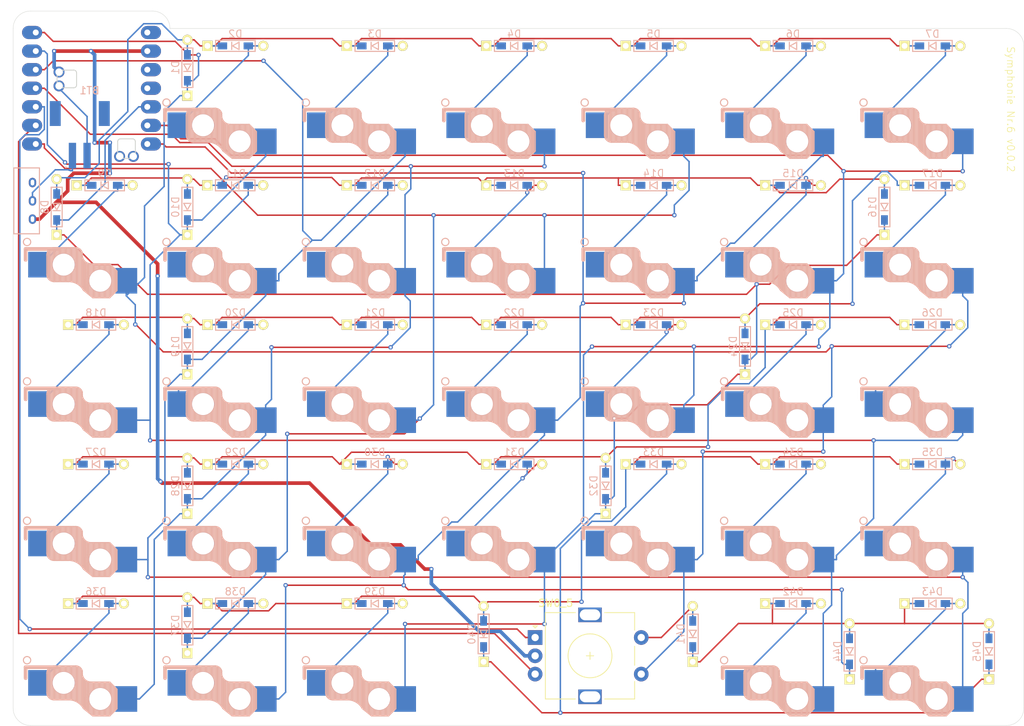
<source format=kicad_pcb>
(kicad_pcb (version 20240108) (generator "pcbnew") (generator_version "8.0")
  (layers (0 "F.Cu" signal) (31 "B.Cu" signal) (34 "B.Paste" user) (35 "F.Paste" user) (36 "B.SilkS" user "B.Silkscreen") (37 "F.SilkS" user "F.Silkscreen") (38 "B.Mask" user) (39 "F.Mask" user) (44 "Edge.Cuts" user))
  (net 0 "")
  (net 1 "Net-(BT1--)")
  (net 2 "Bat")
  (net 3 "PIN0")
  (net 4 "PIN1")
  (net 5 "Net-(D9-A)")
  (net 6 "Net-(D10-A)")
  (net 7 "Net-(D11-A)")
  (net 8 "Net-(D12-A)")
  (net 9 "PIN2")
  (net 10 "Net-(D13-A)")
  (net 11 "Net-(D15-A)")
  (net 12 "Net-(D17-A)")
  (net 13 "Net-(D18-A)")
  (net 14 "PIN3")
  (net 15 "Net-(D20-A)")
  (net 16 "Net-(D22-A)")
  (net 17 "Net-(D23-A)")
  (net 18 "PIN4")
  (net 19 "Net-(D25-A)")
  (net 20 "Net-(D26-A)")
  (net 21 "Net-(D27-A)")
  (net 22 "Net-(D29-A)")
  (net 23 "PIN5")
  (net 24 "Net-(D30-A)")
  (net 25 "Net-(D31-A)")
  (net 26 "Net-(D34-A)")
  (net 27 "PIN6")
  (net 28 "Net-(D33-A)")
  (net 29 "Net-(D36-A)")
  (net 30 "Net-(D38-A)")
  (net 31 "Net-(D43-A)")
  (net 32 "GND")
  (net 33 "3.3V")
  (net 34 "RE_B")
  (net 36 "Net-(D39-A)")
  (net 37 "VCC")
  (net 38 "Net-(D41-A)")
  (net 40 "RE_A1")
  (net 41 "Net-(D1-A)")
  (net 42 "Net-(D2-A)")
  (net 43 "Net-(D3-A)")
  (net 44 "Net-(D4-A)")
  (net 45 "Net-(D5-A)")
  (net 46 "Net-(D6-A)")
  (net 47 "Net-(D7-A)")
  (net 48 "INTR")
  (net 49 "Net-(D14-A)")
  (net 50 "Net-(D17-K)")
  (net 51 "Net-(D21-A)")
  (net 52 "Net-(D25-K)")
  (net 53 "Net-(D33-K)")
  (net 54 "Net-(D35-A)")
  (net 55 "Net-(D41-K)")
  (net 56 "Net-(D42-A)")
  (footprint "sym6_roba:XIAO_nRF52840_wBAT_wNFC_1" (layer "F.Cu") (at 105.9657 45.295)
    (property "Reference" "U1" (hide yes))
    (property "Value" "~" (hide yes))
    (fp_line (start -4.707753 9.749447) (end -4.707753 8.708047) (stroke (width 0.12)) (layer "Edge.Cuts"))
    (fp_line (start -4.021953 8.022247) (end -2.421753 8.022247) (stroke (width 0.12)) (layer "Edge.Cuts"))
    (fp_line (start -2.421753 10.435247) (end -4.021953 10.435247) (stroke (width 0.12)) (layer "Edge.Cuts"))
    (fp_line (start -2.040753 8.403247) (end -2.040753 10.054247) (stroke (width 0.12)) (layer "Edge.Cuts"))
    (fp_line (start 3.572247 19.391953) (end 3.572247 17.791753) (stroke (width 0.12)) (layer "Edge.Cuts"))
    (fp_line (start 3.953247 17.410753) (end 5.604247 17.410753) (stroke (width 0.12)) (layer "Edge.Cuts"))
    (fp_line (start 5.299447 20.077753) (end 4.258047 20.077753) (stroke (width 0.12)) (layer "Edge.Cuts"))
    (fp_line (start 5.985247 17.791753) (end 5.985247 19.391953) (stroke (width 0.12)) (layer "Edge.Cuts"))
    (fp_arc (start -4.707753 9.749447) (mid -4.104144 9.831638) (end -4.021953 10.435247) (stroke (width 0.12)) (layer "Edge.Cuts"))
    (fp_arc (start -4.021953 8.022247) (mid -4.104144 8.625856) (end -4.707753 8.708047) (stroke (width 0.12)) (layer "Edge.Cuts"))
    (fp_arc (start -2.421753 8.022247) (mid -2.152343 8.133837) (end -2.040753 8.403247) (stroke (width 0.12)) (layer "Edge.Cuts"))
    (fp_arc (start -2.040753 10.054247) (mid -2.152344 10.323656) (end -2.421753 10.435247) (stroke (width 0.12)) (layer "Edge.Cuts"))
    (fp_arc (start 3.572247 17.791753) (mid 3.683838 17.522342) (end 3.953247 17.410753) (stroke (width 0.12)) (layer "Edge.Cuts"))
    (fp_arc (start 3.572247 19.391953) (mid 4.175856 19.474144) (end 4.258047 20.077753) (stroke (width 0.12)) (layer "Edge.Cuts"))
    (fp_arc (start 5.299447 20.077753) (mid 5.38164 19.474141) (end 5.985247 19.391953) (stroke (width 0.12)) (layer "Edge.Cuts"))
    (fp_arc (start 5.604247 17.410753) (mid 5.873656 17.522344) (end 5.985247 17.791753) (stroke (width 0.12)) (layer "Edge.Cuts"))
  )
  (footprint "sym6_salicyl:Diode_TH_SMD" (layer "F.Cu") (at 106.5719 126.2062)
    (property "Reference" "D36")
    (property "Value" "D" (hide yes))
  )
  (footprint "sym6_salicyl:Diode_TH_SMD" (layer "F.Cu") (at 209.55 132.7437 90)
    (property "Reference" "D44")
    (property "Value" "D" (hide yes))
  )
  (footprint "sym6_salicyl:Choc_v2_Hotswap_1u" (layer "F.Cu") (at 126.2063 95.25)
    (property "Reference" "SW3_2" (hide yes))
    (property "Value" "SW_Push" (hide yes))
  )
  (footprint "sym6_salicyl:Diode_TH_SMD" (layer "F.Cu") (at 163.7219 50.0062)
    (property "Reference" "D4")
    (property "Value" "D" (hide yes))
  )
  (footprint "sym6_salicyl:Diode_TH_SMD" (layer "F.Cu") (at 119.0625 110.1219 90)
    (property "Reference" "D28")
    (property "Value" "D" (hide yes))
  )
  (footprint "sym6_salicyl:Choc_v2_Hotswap_1u" (layer "F.Cu") (at 183.3563 114.3)
    (property "Reference" "SW0_4" (hide yes))
    (property "Value" "SW_Push" (hide yes))
  )
  (footprint "sym6_salicyl:Diode_TH_SMD" (layer "F.Cu") (at 182.7719 107.1562)
    (property "Reference" "D33")
    (property "Value" "D" (hide yes))
  )
  (footprint "sym6_salicyl:Choc_v2_Hotswap_1u" (layer "F.Cu") (at 126.2063 114.3)
    (property "Reference" "SW4_3" (hide yes))
    (property "Value" "SW_Push" (hide yes))
  )
  (footprint "sym6_salicyl:Diode_TH_SMD" (layer "F.Cu") (at 201.8219 69.0562)
    (property "Reference" "D15")
    (property "Value" "D" (hide yes))
  )
  (footprint "sym6_salicyl:m2_Screw_Hole" (layer "F.Cu") (at 227.409375 94.059375)
    (property "Reference" "Ref**")
    (property "Value" "Val**")
  )
  (footprint "sym6_salicyl:Diode_TH_SMD" (layer "F.Cu") (at 176.2125 110.1219 90)
    (property "Reference" "D32")
    (property "Value" "D" (hide yes))
  )
  (footprint "sym6_salicyl:Choc_v2_Hotswap_1u" (layer "F.Cu") (at 183.3563 95.25)
    (property "Reference" "SW6_2" (hide yes))
    (property "Value" "SW_Push" (hide yes))
  )
  (footprint "sym6_salicyl:m2_Screw_Hole" (layer "F.Cu") (at 135.73125 53.578125)
    (property "Reference" "Ref**")
    (property "Value" "Val**")
  )
  (footprint "sym6_salicyl:Diode_TH_SMD" (layer "F.Cu") (at 220.85 88.1062)
    (property "Reference" "D26")
    (property "Value" "D" (hide yes))
  )
  (footprint "sym6_salicyl:Choc_v2_Hotswap_1u" (layer "F.Cu") (at 145.2563 57.15)
    (property "Reference" "SW2_0" (hide yes))
    (property "Value" "SW_Push" (hide yes))
  )
  (footprint "sym6_salicyl:Choc_v2_Hotswap_1u" (layer "F.Cu") (at 107.1563 114.3)
    (property "Reference" "SW2_3" (hide yes))
    (property "Value" "SW_Push" (hide yes))
  )
  (footprint "sym6_salicyl:Diode_TH_SMD" (layer "F.Cu") (at 125.6219 126.2062)
    (property "Reference" "D38")
    (property "Value" "D" (hide yes))
  )
  (footprint "sym6_salicyl:Choc_v2_Hotswap_1u" (layer "F.Cu") (at 164.3063 57.15)
    (property "Reference" "SW3_0" (hide yes))
    (property "Value" "SW_Push" (hide yes))
  )
  (footprint "sym6_salicyl:Diode_TH_SMD" (layer "F.Cu") (at 101.2031 72.0219 90)
    (property "Reference" "D8")
    (property "Value" "D" (hide yes))
  )
  (footprint "sym6_salicyl:Diode_TH_SMD" (layer "F.Cu") (at 163.7219 88.1062)
    (property "Reference" "D22")
    (property "Value" "D" (hide yes))
  )
  (footprint "sym6_salicyl:Choc_v2_Hotswap_1u" (layer "F.Cu") (at 126.2063 57.15)
    (property "Reference" "SW1_0" (hide yes))
    (property "Value" "SW_Push" (hide yes))
  )
  (footprint "sym6_salicyl:Diode_TH_SMD" (layer "F.Cu") (at 220.8719 50.0062)
    (property "Reference" "D7")
    (property "Value" "D" (hide yes))
  )
  (footprint "sym6_salicyl:Diode_TH_SMD" (layer "F.Cu") (at 220.8719 69.0562)
    (property "Reference" "D17")
    (property "Value" "D" (hide yes))
  )
  (footprint "sym6_salicyl:Choc_v2_Hotswap_1u" (layer "F.Cu") (at 202.4063 95.25)
    (property "Reference" "SW0_3" (hide yes))
    (property "Value" "SW_Push" (hide yes))
  )
  (footprint "sym6_salicyl:m2_Screw_Hole" (layer "F.Cu") (at 154.78125 133.35)
    (property "Reference" "Ref**")
    (property "Value" "Val**")
  )
  (footprint "sym6_salicyl:Choc_v2_Hotswap_1u" (layer "F.Cu") (at 164.3063 114.3)
    (property "Reference" "SW6_3" (hide yes))
    (property "Value" "SW_Push" (hide yes))
  )
  (footprint "sym6_salicyl:Diode_TH_SMD" (layer "F.Cu") (at 119.0625 52.9937 90)
    (property "Reference" "D1")
    (property "Value" "D" (hide yes))
  )
  (footprint "sym6_salicyl:Choc_v2_Hotswap_1u" (layer "F.Cu") (at 145.2563 114.3)
    (property "Reference" "SW5_3" (hide yes))
    (property "Value" "SW_Push" (hide yes))
  )
  (footprint "sym6_salicyl:Choc_v2_Hotswap_1u" (layer "F.Cu") (at 221.4563 133.35)
    (property "Reference" "SW2_5" (hide yes))
    (property "Value" "SW_Push" (hide yes))
  )
  (footprint "sym6_salicyl:Diode_TH_SMD" (layer "F.Cu") (at 201.8219 107.1562)
    (property "Reference" "D34")
    (property "Value" "D" (hide yes))
  )
  (footprint "sym6_salicyl:Diode_TH_SMD" (layer "F.Cu") (at 125.6219 88.1062)
    (property "Reference" "D20")
    (property "Value" "D" (hide yes))
  )
  (footprint "sym6_salicyl:Diode_TH_SMD" (layer "F.Cu") (at 182.7719 69.0562)
    (property "Reference" "D14")
    (property "Value" "D" (hide yes))
  )
  (footprint "sym6_salicyl:Diode_TH_SMD" (layer "F.Cu") (at 107.7625 69.0562)
    (property "Reference" "D9")
    (property "Value" "D" (hide yes))
  )
  (footprint "sym6_salicyl:Diode_TH_SMD" (layer "F.Cu") (at 201.8219 50.0062)
    (property "Reference" "D6")
    (property "Value" "D" (hide yes))
  )
  (footprint "sym6_salicyl:Choc_v2_Hotswap_1u" (layer "F.Cu") (at 202.4063 133.35)
    (property "Reference" "SW1_5" (hide yes))
    (property "Value" "SW_Push" (hide yes))
  )
  (footprint "sym6_salicyl:Diode_TH_SMD" (layer "F.Cu") (at 106.5719 88.1062)
    (property "Reference" "D18")
    (property "Value" "D" (hide yes))
  )
  (footprint "sym6_salicyl:Diode_TH_SMD" (layer "F.Cu") (at 125.6219 50.0062)
    (property "Reference" "D2")
    (property "Value" "D" (hide yes))
  )
  (footprint "sym6_salicyl:Choc_v2_Hotswap_1u" (layer "F.Cu") (at 202.4063 114.3)
    (property "Reference" "SW1_4" (hide yes))
    (property "Value" "SW_Push" (hide yes))
  )
  (footprint "sym6_salicyl:Diode_TH_SMD" (layer "F.Cu") (at 144.6719 88.1062)
    (property "Reference" "D21")
    (property "Value" "D" (hide yes))
  )
  (footprint "sym6_salicyl:Choc_v2_Hotswap_1u" (layer "F.Cu") (at 221.4563 95.25)
    (property "Reference" "SW1_3" (hide yes))
    (property "Value" "SW_Push" (hide yes))
  )
  (footprint "sym6_salicyl:Diode_TH_SMD" (layer "F.Cu") (at 195.2625 91.0719 90)
    (property "Reference" "D24")
    (property "Value" "D" (hide yes))
  )
  (footprint "sym6_salicyl:Choc_v2_Hotswap_1u" (layer "F.Cu") (at 221.4563 114.3)
    (property "Reference" "SW2_4" (hide yes))
    (property "Value" "SW_Push" (hide yes))
  )
  (footprint "sym6_salicyl:Diode_TH_SMD" (layer "F.Cu") (at 163.7219 107.1562)
    (property "Reference" "D31")
    (property "Value" "D" (hide yes))
  )
  (footprint "sym6_salicyl:Choc_v2_Hotswap_1u" (layer "F.Cu") (at 126.2063 133.35)
    (property "Reference" "SW5_4" (hide yes))
    (property "Value" "SW_Push" (hide yes))
  )
  (footprint "sym6_salicyl:Diode_TH_SMD" (layer "F.Cu") (at 144.6719 69.0562)
    (property "Reference" "D12")
    (property "Value" "D" (hide yes))
  )
  (footprint "KiCad_Rotary_Encoder:RotaryEncoder_Alps_EC11E-Switch_Vertical_H20mm" (layer "F.Cu") (at 166.5813 130.85)
    (property "Reference" "SW0_5")
    (property "Value" "RotaryEncoder_Switch")
  )
  (footprint "sym6_salicyl:Diode_TH_SMD" (layer "F.Cu") (at 201.8219 126.2062)
    (property "Reference" "D42")
    (property "Value" "D" (hide yes))
  )
  (footprint "sym6_salicyl:Diode_TH_SMD" (layer "F.Cu") (at 144.6719 50.0062)
    (property "Reference" "D3")
    (property "Value" "D" (hide yes))
  )
  (footprint "sym6_salicyl:Choc_v2_Hotswap_1u" (layer "F.Cu") (at 164.3063 76.2)
    (property "Reference" "SW4_1" (hide yes))
    (property "Value" "SW_Push" (hide yes))
  )
  (footprint "sym6_salicyl:Choc_v2_Hotswap_1u" (layer "F.Cu") (at 107.1563 76.2)
    (property "Reference" "SW0_1" (hide yes))
    (property "Value" "SW_Push" (hide yes))
  )
  (footprint "sym6_salicyl:Choc_v2_Hotswap_1u" (layer "F.Cu") (at 145.2563 133.35)
    (property "Reference" "SW6_4" (hide yes))
    (property "Value" "SW_Push" (hide yes))
  )
  (footprint "sym6_salicyl:Choc_v2_Hotswap_1u" (layer "F.Cu") (at 107.1563 133.35)
    (property "Reference" "SW3_4" (hide yes))
    (property "Value" "SW_Push" (hide yes))
  )
  (footprint "sym6_salicyl:m2_Screw_Hole" (layer "F.Cu") (at 214.3125 53.578125)
    (property "Reference" "Ref**")
    (property "Value" "Val**")
  )
  (footprint "sym6_salicyl:Diode_TH_SMD" (layer "F.Cu") (at 144.6719 126.2062)
    (property "Reference" "D39")
    (property "Value" "D" (hide yes))
  )
  (footprint "sym6_salicyl:Choc_v2_Hotswap_1u" (layer "F.Cu") (at 183.3563 76.2)
    (property "Reference" "SW5_1" (hide yes))
    (property "Value" "SW_Push" (hide yes))
  )
  (footprint "sym6_salicyl:Diode_TH_SMD" (layer "F.Cu") (at 182.7719 50.0062)
    (property "Reference" "D5")
    (property "Value" "D" (hide yes))
  )
  (footprint "sym6_salicyl:m2_Screw_Hole" (layer "F.Cu") (at 111.91875 133.35)
    (property "Reference" "Ref**")
    (property "Value" "Val**")
  )
  (footprint "sym6_salicyl:Choc_v2_Hotswap_1u" (layer "F.Cu") (at 145.2563 95.25)
    (property "Reference" "SW4_2" (hide yes))
    (property "Value" "SW_Push" (hide yes))
  )
  (footprint "sym6_salicyl:Diode_TH_SMD" (layer "F.Cu") (at 201.8219 88.1062)
    (property "Reference" "D25")
    (property "Value" "D" (hide yes))
  )
  (footprint "sym6_salicyl:Choc_v2_Hotswap_1u" (layer "F.Cu") (at 164.3063 95.25)
    (property "Reference" "SW5_2" (hide yes))
    (property "Value" "SW_Push" (hide yes))
  )
  (footprint "sym6_salicyl:Diode_TH_SMD" (layer "F.Cu") (at 159.5438 130.3625 90)
    (property "Reference" "D40")
    (property "Value" "D" (hide yes))
  )
  (footprint "sym6_salicyl:Diode_TH_SMD" (layer "F.Cu") (at 106.5719 107.1562)
    (property "Reference" "D27")
    (property "Value" "D" (hide yes))
  )
  (footprint "sym6_salicyl:Choc_v2_Hotswap_1u" (layer "F.Cu") (at 107.1563 95.25)
    (property "Reference" "SW1_2" (hide yes))
    (property "Value" "SW_Push" (hide yes))
  )
  (footprint "sym6_salicyl:Choc_v2_Hotswap_1u" (layer "F.Cu") (at 183.3563 57.15)
    (property "Reference" "SW4_0" (hide yes))
    (property "Value" "SW_Push" (hide yes))
  )
  (footprint "sym6_salicyl:Choc_v2_Hotswap_1u" (layer "F.Cu") (at 202.4063 57.15)
    (property "Reference" "SW5_0" (hide yes))
    (property "Value" "SW_Push" (hide yes))
  )
  (footprint "sym6_salicyl:Diode_TH_SMD" (layer "F.Cu") (at 119.0625 72.0219 90)
    (property "Reference" "D10")
    (property "Value" "D" (hide yes))
  )
  (footprint "sym6_salicyl:m2_Screw_Hole" (layer "F.Cu") (at 100.0125 91.678125)
    (property "Reference" "Ref**")
    (property "Value" "Val**")
  )
  (footprint "sym6_salicyl:Choc_v2_Hotswap_1u" (layer "F.Cu") (at 145.2563 76.2)
    (property "Reference" "SW3_1" (hide yes))
    (property "Value" "SW_Push" (hide yes))
  )
  (footprint "sym6_salicyl:Diode_TH_SMD" (layer "F.Cu") (at 214.3125 72.0219 90)
    (property "Reference" "D16")
    (property "Value" "D" (hide yes))
  )
  (footprint "sym6_salicyl:Diode_TH_SMD" (layer "F.Cu") (at 119.0625 129.1719 90)
    (property "Reference" "D37")
    (property "Value" "D" (hide yes))
  )
  (footprint "sym6_salicyl:Diode_TH_SMD" (layer "F.Cu") (at 182.7719 88.1062)
    (property "Reference" "D23")
    (property "Value" "D" (hide yes))
  )
  (footprint "sym6_salicyl:Diode_TH_SMD" (layer "F.Cu") (at 163.7219 69.0562)
    (property "Reference" "D13")
    (property "Value" "D" (hide yes))
  )
  (footprint "sym6_salicyl:Diode_TH_SMD" (layer "F.Cu") (at 188.1188 130.3625 90)
    (property "Reference" "D41")
    (property "Value" "D" (hide yes))
  )
  (footprint "sym6_salicyl:Diode_TH_SMD" (layer "F.Cu") (at 125.6 69.0562)
    (property "Reference" "D11")
    (property "Value" "D" (hide yes))
  )
  (footprint "sym6_salicyl:m2_Screw_Hole" (layer "F.Cu") (at 173.83125 53.578125)
    (property "Reference" "Ref**")
    (property "Value" "Val**")
  )
  (footprint "sym6_salicyl:Choc_v2_Hotswap_1u" (layer "F.Cu") (at 221.4563 76.2)
    (property "Reference" "SW0_2" (hide yes))
    (property "Value" "SW_Push" (hide yes))
  )
  (footprint "sym6_salicyl:m2_Screw_Hole" (layer "F.Cu") (at 213.121875 132.159375)
    (property "Reference" "Ref**")
    (property "Value" "Val**")
  )
  (footprint "sym6_salicyl:Diode_TH_SMD" (layer "F.Cu") (at 228.6 132.7437 90)
    (property "Reference" "D45")
    (property "Value" "D" (hide yes))
  )
  (footprint "sym6_salicyl:Diode_TH_SMD" (layer "F.Cu") (at 125.6219 107.1562)
    (property "Reference" "D29")
    (property "Value" "D" (hide yes))
  )
  (footprint "sym6_salicyl:Diode_TH_SMD" (layer "F.Cu") (at 220.8719 107.1562)
    (property "Reference" "D35")
    (property "Value" "D" (hide yes))
  )
  (footprint "sym6_salicyl:Choc_v2_Hotswap_1u" (layer "F.Cu") (at 221.4563 57.15)
    (property "Reference" "SW6_0" (hide yes))
    (property "Value" "SW_Push" (hide yes))
  )
  (footprint "sym6_salicyl:Diode_TH_SMD" (layer "F.Cu") (at 220.8719 126.2062)
    (property "Reference" "D43")
    (property "Value" "D" (hide yes))
  )
  (footprint "sym6_salicyl:Choc_v2_Hotswap_1u" (layer "F.Cu") (at 126.2063 76.2)
    (property "Reference" "SW2_1" (hide yes))
    (property "Value" "SW_Push" (hide yes))
  )
  (footprint "sym6_salicyl:Diode_TH_SMD" (layer "F.Cu") (at 119.0625 91.0719 90)
    (property "Reference" "D19")
    (property "Value" "D" (hide yes))
  )
  (footprint "sym6_salicyl:Choc_v2_Hotswap_1u" (layer "F.Cu") (at 202.4063 76.2)
    (property "Reference" "SW6_1" (hide yes))
    (property "Value" "SW_Push" (hide yes))
  )
  (footprint "sym6_salicyl:Diode_TH_SMD" (layer "F.Cu") (at 144.6719 107.1562)
    (property "Reference" "D30")
    (property "Value" "D" (hide yes))
  )
  (footprint "sym6_roba:JST_S2B-PH-SM4-TB" (layer "B.Cu") (at 104.3563 65 180)
    (property "Reference" "BT1")
    (property "Value" "Battery_Cell")
  )
  (footprint "sym6_salicyl:TGSW_MSK-12D19" (layer "B.Cu") (at 96.8463 71.18 -90)
    (property "Reference" "SW1")
    (property "Value" "SW_SPDT" (hide yes))
  )
  (gr_line (start 116.68125 47.625) (end 116.68125 47.625) (stroke (width 0.05)) (layer "Edge.Cuts"))
  (gr_arc (start 97.63125 142.875) (mid 95.947434 142.177551) (end 95.25 140.49375) (stroke (width 0.05)) (layer "Edge.Cuts"))
  (gr_line (start 116.68125 47.625) (end 230.98125 47.625) (stroke (width 0.05)) (layer "Edge.Cuts"))
  (gr_line (start 95.25 140.49375) (end 95.25 47.625) (stroke (width 0.05)) (layer "Edge.Cuts"))
  (gr_arc (start 230.98125 47.625) (mid 232.665066 48.322449) (end 233.3625 50.00625) (stroke (width 0.05)) (layer "Edge.Cuts"))
  (gr_line (start 233.3625 50.00625) (end 233.3625 140.49375) (stroke (width 0.05)) (layer "Edge.Cuts"))
  (gr_arc (start 95.25 47.625) (mid 95.947452 45.941202) (end 97.63125 45.24375) (stroke (width 0.05)) (layer "Edge.Cuts"))
  (gr_line (start 97.63125 45.24375) (end 114.3 45.24375) (stroke (width 0.05)) (layer "Edge.Cuts"))
  (gr_line (start 97.63125 142.875) (end 230.98125 142.875) (stroke (width 0.05)) (layer "Edge.Cuts"))
  (gr_arc (start 114.3 45.24375) (mid 115.983766 45.94122) (end 116.68125 47.625) (stroke (width 0.05)) (layer "Edge.Cuts"))
  (gr_arc (start 233.3625 140.49375) (mid 232.66503 142.177516) (end 230.98125 142.875) (stroke (width 0.05)) (layer "Edge.Cuts"))
  (gr_text "Symphonie Nr.6 v0.0.2" (at 230.9813 50.0062 270) (layer "F.SilkS") (effects (font (size 1 1) (thickness 0.1)) (justify left bottom)))
  (segment (start 102.8782 66.9857) (end 102.8282 66.9357) (width 0.2) (layer "B.Cu") (net 1))
  (segment (start 103.3563 67.0517) (end 103.0735 67.0517) (width 0.2) (layer "B.Cu") (net 1))
  (segment (start 103.3563 65) (end 103.3563 67.0517) (width 0.2) (layer "B.Cu") (net 1))
  (segment (start 103.0075 66.9857) (end 102.8782 66.9857) (width 0.2) (layer "B.Cu") (net 1))
  (segment (start 101.0151 66.9357) (end 97.8963 70.0545) (width 0.2) (layer "B.Cu") (net 1))
  (segment (start 102.8282 66.9357) (end 101.0151 66.9357) (width 0.2) (layer "B.Cu") (net 1))
  (segment (start 97.8963 70.0545) (end 97.8963 71.18) (width 0.2) (layer "B.Cu") (net 1))
  (segment (start 103.0735 67.0517) (end 103.0075 66.9857) (width 0.2) (layer "B.Cu") (net 1))
  (segment (start 105.3563 59.6523) (end 101.5207 55.8167) (width 0.2) (layer "B.Cu") (net 2))
  (segment (start 105.3563 65) (end 105.3563 59.6523) (width 0.2) (layer "B.Cu") (net 2))
  (segment (start 101.5207 55.8167) (end 101.5207 55.478) (width 0.2) (layer "B.Cu") (net 2))
  (segment (start 207.1113 91.0561) (end 206.3468 91.8206) (width 0.2) (layer "F.Cu") (net 3))
  (segment (start 205.9563 105.4464) (end 189.4922 105.4464) (width 0.2) (layer "F.Cu") (net 3))
  (segment (start 119.2525 51.241) (end 120.5868 51.241) (width 0.2) (layer "F.Cu") (net 3))
  (segment (start 100.7339 49.3865) (end 117.398 49.3865) (width 0.2) (layer "F.Cu") (net 3))
  (segment (start 98.3457 48.175) (end 99.5224 48.175) (width 0.2) (layer "F.Cu") (net 3))
  (segment (start 223.1662 91.0561) (end 207.1113 91.0561) (width 0.2) (layer "F.Cu") (net 3))
  (segment (start 117.398 49.3865) (end 119.2525 51.241) (width 0.2) (layer "F.Cu") (net 3))
  (segment (start 115.7643 91.8206) (end 112.0148 88.0711) (width 0.2) (layer "F.Cu") (net 3))
  (segment (start 206.3468 91.8206) (end 115.7643 91.8206) (width 0.2) (layer "F.Cu") (net 3))
  (segment (start 112.0148 88.0711) (end 111.9439 88.0711) (width 0.2) (layer "F.Cu") (net 3))
  (segment (start 99.5224 48.175) (end 100.7339 49.3865) (width 0.2) (layer "F.Cu") (net 3))
  (via (at 207.1113 91.0561) (size 0.6) (drill 0.3) (layers "F.Cu" "B.Cu") (net 3))
  (via (at 205.9563 105.4464) (size 0.6) (drill 0.3) (layers "F.Cu" "B.Cu") (net 3))
  (via (at 189.4922 105.4464) (size 0.6) (drill 0.3) (layers "F.Cu" "B.Cu") (net 3))
  (via (at 120.5868 51.241) (size 0.6) (drill 0.3) (layers "F.Cu" "B.Cu") (net 3))
  (via (at 111.9439 88.0711) (size 0.6) (drill 0.3) (layers "F.Cu" "B.Cu") (net 3))
  (via (at 223.1662 91.0561) (size 0.6) (drill 0.3) (layers "F.Cu" "B.Cu") (net 3))
  (segment (start 111.9439 88.0711) (end 111.9439 85.3893) (width 0.2) (layer "B.Cu") (net 3))
  (segment (start 115.8836 58.9824) (end 118.0623 56.8037) (width 0.2) (layer "B.Cu") (net 3))
  (segment (start 186.9063 120.2) (end 188.708 120.2) (width 0.2) (layer "B.Cu") (net 3))
  (segment (start 120.5868 54.0211) (end 119.8392 54.7687) (width 0.2) (layer "B.Cu") (net 3))
  (segment (start 181.0813 135.85) (end 186.9063 130.025) (width 0.2) (layer "B.Cu") (net 3))
  (segment (start 186.9063 130.025) (end 186.9063 120.2) (width 0.2) (layer "B.Cu") (net 3))
  (segment (start 120.5868 51.241) (end 120.5868 54.0211) (width 0.2) (layer "B.Cu") (net 3))
  (segment (start 188.708 120.2) (end 189.4922 119.4158) (width 0.2) (layer "B.Cu") (net 3))
  (segment (start 119.0625 56.8037) (end 118.0623 56.8037) (width 0.2) (layer "B.Cu") (net 3))
  (segment (start 225.0063 82.1) (end 225.0063 84.1517) (width 0.2) (layer "B.Cu") (net 3))
  (segment (start 113.2065 71.884) (end 115.8836 69.2069) (width 0.2) (layer "B.Cu") (net 3))
  (segment (start 110.7063 82.1) (end 110.7063 84.1517) (width 0.2) (layer "B.Cu") (net 3))
  (segment (start 189.4922 119.4158) (end 189.4922 105.4464) (width 0.2) (layer "B.Cu") (net 3))
  (segment (start 111.9439 85.3893) (end 110.7063 84.1517) (width 0.2) (layer "B.Cu") (net 3))
  (segment (start 225.7031 88.5192) (end 223.1662 91.0561) (width 0.2) (layer "B.Cu") (net 3))
  (segment (start 119.0625 54.7687) (end 119.0625 56.8037) (width 0.2) (layer "B.Cu") (net 3))
  (segment (start 225.0063 84.1517) (end 225.7031 84.8485) (width 0.2) (layer "B.Cu") (net 3))
  (segment (start 113.2065 81.6515) (end 113.2065 71.884) (width 0.2) (layer "B.Cu") (net 3))
  (segment (start 205.9563 99.0983) (end 207.1113 97.9433) (width 0.2) (layer "B.Cu") (net 3))
  (segment (start 225.7031 84.8485) (end 225.7031 88.5192) (width 0.2) (layer "B.Cu") (net 3))
  (segment (start 207.1113 97.9433) (end 207.1113 91.0561) (width 0.2) (layer "B.Cu") (net 3))
  (segment (start 205.9563 100.5417) (end 205.9563 99.0983) (width 0.2) (layer "B.Cu") (net 3))
  (segment (start 119.0625 54.7687) (end 119.8392 54.7687) (width 0.2) (layer "B.Cu") (net 3))
  (segment (start 110.7063 84.1517) (end 113.2065 81.6515) (width 0.2) (layer "B.Cu") (net 3))
  (segment (start 205.9563 101.15) (end 205.9563 105.4464) (width 0.2) (layer "B.Cu") (net 3))
  (segment (start 205.9563 100.5417) (end 205.9563 101.15) (width 0.2) (layer "B.Cu") (net 3))
  (segment (start 115.8836 69.2069) (end 115.8836 58.9824) (width 0.2) (layer "B.Cu") (net 3))
  (segment (start 212.8312 103.9118) (end 113.9743 103.9118) (width 0.2) (layer "F.Cu") (net 4))
  (segment (start 102.342 65.9245) (end 102.5762 66.1587) (width 0.2) (layer "F.Cu") (net 4))
  (segment (start 102.5762 66.1587) (end 116.486 66.1587) (width 0.2) (layer "F.Cu") (net 4))
  (via (at 212.8312 103.9118) (size 0.6) (drill 0.3) (layers "F.Cu" "B.Cu") (net 4))
  (via (at 102.342 65.9245) (size 0.6) (drill 0.3) (layers "F.Cu" "B.Cu") (net 4))
  (via (at 116.486 66.1587) (size 0.6) (drill 0.3) (layers "F.Cu" "B.Cu") (net 4))
  (via (at 113.9743 103.9118) (size 0.6) (drill 0.3) (layers "F.Cu" "B.Cu") (net 4))
  (segment (start 207.758 120.2) (end 207.758 119.6371) (width 0.2) (layer "B.Cu") (net 4))
  (segment (start 98.3457 50.715) (end 99.5224 50.715) (width 0.2) (layer "B.Cu") (net 4))
  (segment (start 118.0631 75.8319) (end 116.486 74.2548) (width 0.2) (layer "B.Cu") (net 4))
  (segment (start 212.8312 114.5639) (end 212.8312 103.9118) (width 0.2) (layer "B.Cu") (net 4))
  (segment (start 205.9563 120.2) (end 207.0942 120.2) (width 0.2) (layer "B.Cu") (net 4))
  (segment (start 129.7563 64.0758) (end 129.7563 65.1017) (width 0.2) (layer "B.Cu") (net 4))
  (segment (start 225.0063 101.15) (end 225.0063 103.2017) (width 0.2) (layer "B.Cu") (net 4))
  (segment (start 207.0942 120.2) (end 207.758 120.2) (width 0.2) (layer "B.Cu") (net 4))
  (segment (start 119.0625 73.7969) (end 119.0625 74.8317) (width 0.2) (layer "B.Cu") (net 4))
  (segment (start 119.0625 75.8319) (end 118.1632 75.8319) (width 0.2) (layer "B.Cu") (net 4))
  (segment (start 112.508 101.15) (end 113.9743 101.15) (width 0.2) (layer "B.Cu") (net 4))
  (segment (start 116.486 74.2548) (end 116.486 66.1587) (width 0.2) (layer "B.Cu") (net 4))
  (segment (start 118.0638 75.8319) (end 118.0631 75.8319) (width 0.2) (layer "B.Cu") (net 4))
  (segment (start 119.0625 75.8319) (end 119.0625 74.8317) (width 0.2) (layer "B.Cu") (net 4))
  (segment (start 99.9241 63.5066) (end 99.9241 51.1167) (width 0.2) (layer "B.Cu") (net 4))
  (segment (start 225.0063 103.2017) (end 224.2962 103.9118) (width 0.2) (layer "B.Cu") (net 4))
  (segment (start 110.7063 101.15) (end 112.508 101.15) (width 0.2) (layer "B.Cu") (net 4))
  (segment (start 113.9743 79.9199) (end 118.0623 75.8319) (width 0.2) (layer "B.Cu") (net 4))
  (segment (start 113.9743 101.15) (end 113.9743 79.9199) (width 0.2) (layer "B.Cu") (net 4))
  (segment (start 118.0631 75.8319) (end 118.0623 75.8319) (width 0.2) (layer "B.Cu") (net 4))
  (segment (start 205.9563 127.5636) (end 205.9563 139.25) (width 0.2) (layer "B.Cu") (net 4))
  (segment (start 102.342 65.9245) (end 99.9241 63.5066) (width 0.2) (layer "B.Cu") (net 4))
  (segment (start 99.9241 51.1167) (end 99.5224 50.715) (width 0.2) (layer "B.Cu") (net 4))
  (segment (start 119.0625 73.7969) (end 121.0611 73.7969) (width 0.2) (layer "B.Cu") (net 4))
  (segment (start 207.0942 126.4257) (end 205.9563 127.5636) (width 0.2) (layer "B.Cu") (net 4))
  (segment (start 118.1632 75.8319) (end 118.0638 75.8319) (width 0.2) (layer "B.Cu") (net 4))
  (segment (start 129.7563 64.0758) (end 129.7563 63.05) (width 0.2) (layer "B.Cu") (net 4))
  (segment (start 113.9743 101.15) (end 113.9743 103.9118) (width 0.2) (layer "B.Cu") (net 4))
  (segment (start 224.2962 103.9118) (end 212.8312 103.9118) (width 0.2) (layer "B.Cu") (net 4))
  (segment (start 207.0942 120.2) (end 207.0942 126.4257) (width 0.2) (layer "B.Cu") (net 4))
  (segment (start 207.758 119.6371) (end 212.8312 114.5639) (width 0.2) (layer "B.Cu") (net 4))
  (segment (start 121.0611 73.7969) (end 129.7563 65.1017) (width 0.2) (layer "B.Cu") (net 4))
  (segment (start 98.8063 79.9) (end 99.0865 79.9) (width 0.2) (layer "B.Cu") (net 5))
  (segment (start 111.5725 69.0562) (end 109.5375 69.0562) (width 0.2) (layer "B.Cu") (net 5))
  (segment (start 99.0865 79.9) (end 109.1536 69.8329) (width 0.2) (layer "B.Cu") (net 5))
  (segment (start 109.5375 69.0562) (end 109.5375 69.8329) (width 0.2) (layer "B.Cu") (net 5))
  (segment (start 109.1536 69.8329) (end 109.5375 69.8329) (width 0.2) (layer "B.Cu") (net 5))
  (segment (start 214.3125 68.2119) (end 208.1991 68.2119) (width 0.2) (layer "F.Cu") (net 6))
  (segment (start 104.9527 69.0562) (end 105.9529 68.056) (width 0.2) (layer "F.Cu") (net 6))
  (segment (start 160.0118 68.056) (end 177.9617 68.056) (width 0.2) (layer "F.Cu") (net 6))
  (segment (start 121.79 69.0562) (end 120.7898 69.0562) (width 0.2) (layer "F.Cu") (net 6))
  (segment (start 140.8619 69.0562) (end 139.8617 69.0562) (width 0.2) (layer "F.Cu") (net 6))
  (segment (start 208.1991 68.2119) (end 206.3546 70.0564) (width 0.2) (layer "F.Cu") (net 6))
  (segment (start 120.7898 69.0562) (end 119.9455 68.2119) (width 0.2) (layer "F.Cu") (net 6))
  (segment (start 139.8617 69.0562) (end 138.7932 67.9877) (width 0.2) (layer "F.Cu") (net 6))
  (segment (start 142.8623 68.056) (end 158.8118 68.056) (width 0.2) (layer "F.Cu") (net 6))
  (segment (start 177.9617 69.0562) (end 177.9617 68.056) (width 0.2) (layer "F.Cu") (net 6))
  (segment (start 158.8118 68.056) (end 159.4118 68.656) (width 0.2) (layer "F.Cu") (net 6))
  (segment (start 196.0115 68.056) (end 197.0117 69.0562) (width 0.2) (layer "F.Cu") (net 6))
  (segment (start 206.3546 70.0564) (end 200.0123 70.0564) (width 0.2) (layer "F.Cu") (net 6))
  (segment (start 200.0123 70.0564) (end 199.0121 69.0562) (width 0.2) (layer "F.Cu") (net 6))
  (segment (start 198.0119 69.0562) (end 197.0117 69.0562) (width 0.2) (layer "F.Cu") (net 6))
  (segment (start 159.9119 69.0562) (end 159.4118 69.0562) (width 0.2) (layer "F.Cu") (net 6))
  (segment (start 141.8621 69.0562) (end 142.8623 68.056) (width 0.2) (layer "F.Cu") (net 6))
  (segment (start 119.9455 68.2119) (end 119.0625 68.2119) (width 0.2) (layer "F.Cu") (net 6))
  (segment (start 118.9066 68.056) (end 119.0625 68.2119) (width 0.2) (layer "F.Cu") (net 6))
  (segment (start 103.9525 69.0562) (end 104.9527 69.0562) (width 0.2) (layer "F.Cu") (net 6))
  (segment (start 198.0119 69.0562) (end 199.0121 69.0562) (width 0.2) (layer "F.Cu") (net 6))
  (segment (start 159.4118 69.0562) (end 159.4118 68.656) (width 0.2) (layer "F.Cu") (net 6))
  (segment (start 140.8619 69.0562) (end 141.8621 69.0562) (width 0.2) (layer "F.Cu") (net 6))
  (segment (start 138.7932 67.9877) (end 124.3649 67.9877) (width 0.2) (layer "F.Cu") (net 6))
  (segment (start 159.4118 68.656) (end 160.0118 68.056) (width 0.2) (layer "F.Cu") (net 6))
  (segment (start 105.9529 68.056) (end 118.9066 68.056) (width 0.2) (layer "F.Cu") (net 6))
  (segment (start 177.9617 68.056) (end 196.0115 68.056) (width 0.2) (layer "F.Cu") (net 6))
  (segment (start 178.9619 69.0562) (end 177.9617 69.0562) (width 0.2) (layer "F.Cu") (net 6))
  (via (at 124.3649 67.9877) (size 0.6) (drill 0.3) (layers "F.Cu" "B.Cu") (net 6))
  (segment (start 214.3125 68.2119) (end 214.3125 70.2469) (width 0.2) (layer "B.Cu") (net 6))
  (segment (start 119.0625 68.2119) (end 119.0625 70.2469) (width 0.2) (layer "B.Cu") (net 6))
  (segment (start 124.0731 68.2795) (end 124.3649 67.9877) (width 0.2) (layer "B.Cu") (net 6))
  (segment (start 200.0469 69.0562) (end 198.0119 69.0562) (width 0.2) (layer "B.Cu") (net 6))
  (segment (start 105.9875 69.0562) (end 103.9525 69.0562) (width 0.2) (layer "B.Cu") (net 6))
  (segment (start 123.825 68.2795) (end 124.0731 68.2795) (width 0.2) (layer "B.Cu") (net 6))
  (segment (start 123.825 69.0562) (end 123.825 68.2795) (width 0.2) (layer "B.Cu") (net 6))
  (segment (start 123.825 69.0562) (end 121.79 69.0562) (width 0.2) (layer "B.Cu") (net 6))
  (segment (start 180.9969 69.0562) (end 178.9619 69.0562) (width 0.2) (layer "B.Cu") (net 6))
  (segment (start 161.9469 69.0562) (end 159.9119 69.0562) (width 0.2) (layer "B.Cu") (net 6))
  (segment (start 142.8969 69.0562) (end 140.8619 69.0562) (width 0.2) (layer "B.Cu") (net 6))
  (segment (start 129.41 69.0562) (end 127.375 69.0562) (width 0.2) (layer "B.Cu") (net 7))
  (segment (start 127.375 70.3813) (end 127.375 69.0562) (width 0.2) (layer "B.Cu") (net 7))
  (segment (start 117.8563 79.9) (end 127.375 70.3813) (width 0.2) (layer "B.Cu") (net 7))
  (segment (start 146.4469 70.3594) (end 146.4469 69.0562) (width 0.2) (layer "B.Cu") (net 8))
  (segment (start 136.9063 79.9) (end 146.4469 70.3594) (width 0.2) (layer "B.Cu") (net 8))
  (segment (start 148.4819 69.0562) (end 146.4469 69.0562) (width 0.2) (layer "B.Cu") (net 8))
  (segment (start 225.0063 122.6023) (end 113.6697 122.6023) (width 0.2) (layer "F.Cu") (net 9))
  (segment (start 98.3457 53.255) (end 99.5224 53.255) (width 0.2) (layer "F.Cu") (net 9))
  (segment (start 99.5224 53.255) (end 100.7305 52.0469) (width 0.2) (layer "F.Cu") (net 9))
  (segment (start 100.7305 52.0469) (end 129.4671 52.0469) (width 0.2) (layer "F.Cu") (net 9))
  (via (at 113.6697 122.6023) (size 0.6) (drill 0.3) (layers "F.Cu" "B.Cu") (net 9))
  (via (at 129.4671 52.0469) (size 0.6) (drill 0.3) (layers "F.Cu" "B.Cu") (net 9))
  (via (at 225.0063 122.6023) (size 0.6) (drill 0.3) (layers "F.Cu" "B.Cu") (net 9))
  (segment (start 134.823 75.2487) (end 134.823 57.4028) (width 0.2) (layer "B.Cu") (net 9))
  (segment (start 225.7252 123.3212) (end 225.7252 126.8447) (width 0.2) (layer "B.Cu") (net 9))
  (segment (start 115.9947 96.9495) (end 115.9947 114.9116) (width 0.2) (layer "B.Cu") (net 9))
  (segment (start 134.823 57.4028) (end 129.4671 52.0469) (width 0.2) (layer "B.Cu") (net 9))
  (segment (start 119.0625 94.8819) (end 118.0623 94.8819) (width 0.2) (layer "B.Cu") (net 9))
  (segment (start 148.8063 65.1017) (end 137.3509 76.5571) (width 0.2) (layer "B.Cu") (net 9))
  (segment (start 129.7563 84.1517) (end 121.0611 92.8469) (width 0.2) (layer "B.Cu") (net 9))
  (segment (start 129.7563 82.1) (end 131.558 82.1) (width 0.2) (layer "B.Cu") (net 9))
  (segment (start 110.7063 120.2) (end 112.508 120.2) (width 0.2) (layer "B.Cu") (net 9))
  (segment (start 119.0625 94.8819) (end 119.0625 93.8817) (width 0.2) (layer "B.Cu") (net 9))
  (segment (start 225.0063 127.5636) (end 225.0063 139.25) (width 0.2) (layer "B.Cu") (net 9))
  (segment (start 225.0063 122.6023) (end 225.0063 120.2) (width 0.2) (layer "B.Cu") (net 9))
  (segment (start 121.0611 92.8469) (end 119.0625 92.8469) (width 0.2) (layer "B.Cu") (net 9))
  (segment (start 113.6697 120.2) (end 112.508 120.2) (width 0.2) (layer "B.Cu") (net 9))
  (segment (start 115.9947 114.9116) (end 113.6697 117.2366) (width 0.2) (layer "B.Cu") (net 9))
  (segment (start 119.0625 92.8469) (end 119.0625 93.8817) (width 0.2) (layer "B.Cu") (net 9))
  (segment (start 225.0063 122.6023) (end 225.7252 123.3212) (width 0.2) (layer "B.Cu") (net 9))
  (segment (start 131.558 81.1305) (end 136.1314 76.5571) (width 0.2) (layer "B.Cu") (net 9))
  (segment (start 131.558 82.1) (end 131.558 81.1305) (width 0.2) (layer "B.Cu") (net 9))
  (segment (start 113.6697 117.2366) (end 113.6697 120.2) (width 0.2) (layer "B.Cu") (net 9))
  (segment (start 137.3509 76.5571) (end 136.1314 76.5571) (width 0.2) (layer "B.Cu") (net 9))
  (segment (start 113.6697 120.2) (end 113.6697 122.6023) (width 0.2) (layer "B.Cu") (net 9))
  (segment (start 118.0623 94.8819) (end 115.9947 96.9495) (width 0.2) (layer "B.Cu") (net 9))
  (segment (start 129.7563 82.1) (end 129.7563 84.1517) (width 0.2) (layer "B.Cu") (net 9))
  (segment (start 136.1314 76.5571) (end 134.823 75.2487) (width 0.2) (layer "B.Cu") (net 9))
  (segment (start 148.8063 63.05) (end 148.8063 65.1017) (width 0.2) (layer "B.Cu") (net 9))
  (segment (start 225.7252 126.8447) (end 225.0063 127.5636) (width 0.2) (layer "B.Cu") (net 9))
  (segment (start 166.4871 69.0562) (end 165.4969 70.0464) (width 0.2) (layer "F.Cu") (net 10))
  (segment (start 167.5319 69.0562) (end 166.4871 69.0562) (width 0.2) (layer "F.Cu") (net 10))
  (via (at 165.4969 70.0464) (size 0.6) (drill 0.3) (layers "F.Cu" "B.Cu") (net 10))
  (segment (start 155.9563 79.9) (end 165.4969 70.3594) (width 0.2) (layer "B.Cu") (net 10))
  (segment (start 165.4969 70.3594) (end 165.4969 70.0464) (width 0.2) (layer "B.Cu") (net 10))
  (segment (start 165.4969 70.0464) (end 165.4969 69.0562) (width 0.2) (layer "B.Cu") (net 10))
  (segment (start 204.5797 69.0562) (end 203.5969 68.0734) (width 0.2) (layer "F.Cu") (net 11))
  (segment (start 205.6319 69.0562) (end 204.5797 69.0562) (width 0.2) (layer "F.Cu") (net 11))
  (via (at 203.5969 68.0734) (size 0.6) (drill 0.3) (layers "F.Cu" "B.Cu") (net 11))
  (segment (start 203.5969 70.3594) (end 203.5969 69.0562) (width 0.2) (layer "B.Cu") (net 11))
  (segment (start 194.0563 79.9) (end 203.5969 70.3594) (width 0.2) (layer "B.Cu") (net 11))
  (segment (start 203.5969 69.0562) (end 203.5969 68.0734) (width 0.2) (layer "B.Cu") (net 11))
  (segment (start 213.1063 79.9) (end 222.6469 70.3594) (width 0.2) (layer "B.Cu") (net 12))
  (segment (start 222.6469 70.3594) (end 222.6469 69.0562) (width 0.2) (layer "B.Cu") (net 12))
  (segment (start 224.6819 69.0562) (end 222.6469 69.0562) (width 0.2) (layer "B.Cu") (net 12))
  (segment (start 98.8063 98.95) (end 108.3469 89.4094) (width 0.2) (layer "B.Cu") (net 13))
  (segment (start 110.3819 88.1062) (end 108.3469 88.1062) (width 0.2) (layer "B.Cu") (net 13))
  (segment (start 108.3469 89.4094) (end 108.3469 88.1062) (width 0.2) (layer "B.Cu") (net 13))
  (segment (start 125.1492 66.4609) (end 149.5937 66.4609) (width 0.2) (layer "F.Cu") (net 14))
  (segment (start 118.0278 63.215) (end 121.9033 63.215) (width 0.2) (layer "F.Cu") (net 14))
  (segment (start 99.5224 55.795) (end 105.8081 62.0807) (width 0.2) (layer "F.Cu") (net 14))
  (segment (start 146.8304 91.1972) (end 130.5571 91.1972) (width 0.2) (layer "F.Cu") (net 14))
  (segment (start 98.3457 55.795) (end 99.5224 55.795) (width 0.2) (layer "F.Cu") (net 14))
  (segment (start 167.8563 66.4609) (end 149.5937 66.4609) (width 0.2) (layer "F.Cu") (net 14))
  (segment (start 105.8081 62.0807) (end 116.8935 62.0807) (width 0.2) (layer "F.Cu") (net 14))
  (segment (start 116.8935 62.0807) (end 118.0278 63.215) (width 0.2) (layer "F.Cu") (net 14))
  (segment (start 121.9033 63.215) (end 125.1492 66.4609) (width 0.2) (layer "F.Cu") (net 14))
  (via (at 146.8304 91.1972) (size 0.6) (drill 0.3) (layers "F.Cu" "B.Cu") (net 14))
  (via (at 149.5937 66.4609) (size 0.6) (drill 0.3) (layers "F.Cu" "B.Cu") (net 14))
  (via (at 130.5571 91.1972) (size 0.6) (drill 0.3) (layers "F.Cu" "B.Cu") (net 14))
  (via (at 167.8563 66.4609) (size 0.6) (drill 0.3) (layers "F.Cu" "B.Cu") (net 14))
  (segment (start 119.0625 113.9319) (end 118.0623 113.9319) (width 0.2) (layer "B.Cu") (net 14))
  (segment (start 129.7563 103.2017) (end 121.0611 111.8969) (width 0.2) (layer "B.Cu") (net 14))
  (segment (start 149.5174 88.5102) (end 146.8304 91.1972) (width 0.2) (layer "B.Cu") (net 14))
  (segment (start 112.508 139.25) (end 114.5331 137.2249) (width 0.2) (layer "B.Cu") (net 14))
  (segment (start 149.5937 66.4609) (end 149.5937 69.5468) (width 0.2) (layer "B.Cu") (net 14))
  (segment (start 110.7063 139.25) (end 112.508 139.25) (width 0.2) (layer "B.Cu") (net 14))
  (segment (start 121.0611 111.8969) (end 119.0625 111.8969) (width 0.2) (layer "B.Cu") (net 14))
  (segment (start 119.0625 111.8969) (end 119.0625 112.9317) (width 0.2) (layer "B.Cu") (net 14))
  (segment (start 149.5174 84.8628) (end 149.5174 88.5102) (width 0.2) (layer "B.Cu") (net 14))
  (segment (start 129.7563 100.5417) (end 129.7563 99.0983) (width 0.2) (layer "B.Cu") (net 14))
  (segment (start 119.0625 113.9319) (end 119.0625 112.9317) (width 0.2) (layer "B.Cu") (net 14))
  (segment (start 149.5937 69.5468) (end 148.8063 70.3342) (width 0.2) (layer "B.Cu") (net 14))
  (segment (start 129.7563 100.5417) (end 129.7563 101.15) (width 0.2) (layer "B.Cu") (net 14))
  (segment (start 148.8063 70.3342) (end 148.8063 82.1) (width 0.2) (layer "B.Cu") (net 14))
  (segment (start 167.8563 63.05) (end 167.8563 66.4609) (width 0.2) (layer "B.Cu") (net 14))
  (segment (start 148.8063 84.1517) (end 149.5174 84.8628) (width 0.2) (layer "B.Cu") (net 14))
  (segment (start 148.8063 82.1) (end 148.8063 84.1517) (width 0.2) (layer "B.Cu") (net 14))
  (segment (start 129.7563 99.0983) (end 130.5571 98.2975) (width 0.2) (layer "B.Cu") (net 14))
  (segment (start 129.7563 101.15) (end 129.7563 103.2017) (width 0.2) (layer "B.Cu") (net 14))
  (segment (start 114.5331 137.2249) (end 114.5331 117.4611) (width 0.2) (layer "B.Cu") (net 14))
  (segment (start 130.5571 98.2975) (end 130.5571 91.1972) (width 0.2) (layer "B.Cu") (net 14))
  (segment (start 114.5331 117.4611) (end 118.0623 113.9319) (width 0.2) (layer "B.Cu") (net 14))
  (segment (start 127.3969 88.1062) (end 127.3969 88.8829) (width 0.2) (layer "B.Cu") (net 15))
  (segment (start 119.3815 96.8983) (end 117.8563 96.8983) (width 0.2) (layer "B.Cu") (net 15))
  (segment (start 127.3969 88.8829) (end 119.3815 96.8983) (width 0.2) (layer "B.Cu") (net 15))
  (segment (start 117.8563 98.95) (end 117.8563 96.8983) (width 0.2) (layer "B.Cu") (net 15))
  (segment (start 129.4319 88.1062) (end 127.3969 88.1062) (width 0.2) (layer "B.Cu") (net 15))
  (segment (start 165.4969 88.1062) (end 165.4969 89.4094) (width 0.2) (layer "B.Cu") (net 16))
  (segment (start 167.5319 88.1062) (end 165.4969 88.1062) (width 0.2) (layer "B.Cu") (net 16))
  (segment (start 165.4969 89.4094) (end 155.9563 98.95) (width 0.2) (layer "B.Cu") (net 16))
  (segment (start 186.5819 88.1062) (end 185.5374 88.1062) (width 0.2) (layer "F.Cu") (net 17))
  (segment (start 185.5374 88.1062) (end 184.5469 89.0967) (width 0.2) (layer "F.Cu") (net 17))
  (via (at 184.5469 89.0967) (size 0.6) (drill 0.3) (layers "F.Cu" "B.Cu") (net 17))
  (segment (start 184.5469 88.1062) (end 184.5469 89.0967) (width 0.2) (layer "B.Cu") (net 17))
  (segment (start 175.0063 98.95) (end 184.5469 89.4094) (width 0.2) (layer "B.Cu") (net 17))
  (segment (start 184.5469 89.4094) (end 184.5469 89.0967) (width 0.2) (layer "B.Cu") (net 17))
  (segment (start 102.3272 66.7605) (end 99.5224 63.9557) (width 0.2) (layer "F.Cu") (net 18))
  (segment (start 148.7387 103.0193) (end 150.8268 100.9312) (width 0.2) (layer "F.Cu") (net 18))
  (segment (start 167.8563 73.1395) (end 152.704 73.1395) (width 0.2) (layer "F.Cu") (net 18))
  (segment (start 152.704 73.1395) (end 128.6659 73.1395) (width 0.2) (layer "F.Cu") (net 18))
  (segment (start 128.6659 73.1395) (end 122.2869 66.7605) (width 0.2) (layer "F.Cu") (net 18))
  (segment (start 99.5224 63.9557) (end 99.5224 63.415) (width 0.2) (layer "F.Cu") (net 18))
  (segment (start 122.2869 66.7605) (end 102.3272 66.7605) (width 0.2) (layer "F.Cu") (net 18))
  (segment (start 185.6051 73.1395) (end 167.8563 73.1395) (width 0.2) (layer "F.Cu") (net 18))
  (segment (start 98.3457 63.415) (end 99.5224 63.415) (width 0.2) (layer "F.Cu") (net 18))
  (segment (start 132.7101 103.0193) (end 148.7387 103.0193) (width 0.2) (layer "F.Cu") (net 18))
  (via (at 150.8268 100.9312) (size 0.6) (drill 0.3) (layers "F.Cu" "B.Cu") (net 18))
  (via (at 132.7101 103.0193) (size 0.6) (drill 0.3) (layers "F.Cu" "B.Cu") (net 18))
  (via (at 152.704 73.1395) (size 0.6) (drill 0.3) (layers "F.Cu" "B.Cu") (net 18))
  (via (at 167.8563 73.1395) (size 0.6) (drill 0.3) (layers "F.Cu" "B.Cu") (net 18))
  (via (at 185.6051 73.1395) (size 0.6) (drill 0.3) (layers "F.Cu" "B.Cu") (net 18))
  (segment (start 129.7563 122.2517) (end 121.0611 130.9469) (width 0.2) (layer "B.Cu") (net 18))
  (segment (start 132.7101 119.0479) (end 132.7101 103.0193) (width 0.2) (layer "B.Cu") (net 18))
  (segment (start 119.0625 130.9469) (end 119.0625 131.9817) (width 0.2) (layer "B.Cu") (net 18))
  (segment (start 150.608 101.15) (end 150.8268 100.9312) (width 0.2) (layer "B.Cu") (net 18))
  (segment (start 148.8063 101.15) (end 150.608 101.15) (width 0.2) (layer "B.Cu") (net 18))
  (segment (start 129.7563 120.8082) (end 129.7563 122.2517) (width 0.2) (layer "B.Cu") (net 18))
  (segment (start 152.704 99.054) (end 152.704 73.1395) (width 0.2) (layer "B.Cu") (net 18))
  (segment (start 129.7563 120.8082) (end 129.7563 120.2) (width 0.2) (layer "B.Cu") (net 18))
  (segment (start 119.0625 132.9819) (end 119.0625 131.9817) (width 0.2) (layer "B.Cu") (net 18))
  (segment (start 167.8563 82.1) (end 167.8563 73.1395) (width 0.2) (layer "B.Cu") (net 18))
  (segment (start 150.8268 100.9312) (end 152.704 99.054) (width 0.2) (layer "B.Cu") (net 18))
  (segment (start 187.6174 65.8128) (end 187.6174 69.7436) (width 0.2) (layer "B.Cu") (net 18))
  (segment (start 129.7563 120.2) (end 131.558 120.2) (width 0.2) (layer "B.Cu") (net 18))
  (segment (start 186.9063 63.05) (end 186.9063 65.1017) (width 0.2) (layer "B.Cu") (net 18))
  (segment (start 187.6174 69.7436) (end 185.6051 71.7559) (width 0.2) (layer "B.Cu") (net 18))
  (segment (start 186.9063 65.1017) (end 187.6174 65.8128) (width 0.2) (layer "B.Cu") (net 18))
  (segment (start 121.0611 130.9469) (end 119.0625 130.9469) (width 0.2) (layer "B.Cu") (net 18))
  (segment (start 185.6051 71.7559) (end 185.6051 73.1395) (width 0.2) (layer "B.Cu") (net 18))
  (segment (start 131.558 120.2) (end 132.7101 119.0479) (width 0.2) (layer "B.Cu") (net 18))
  (segment (start 205.6319 88.1062) (end 203.5969 88.1062) (width 0.2) (layer "B.Cu") (net 19))
  (segment (start 194.0563 98.95) (end 203.5969 89.4094) (width 0.2) (layer "B.Cu") (net 19))
  (segment (start 203.5969 89.4094) (end 203.5969 88.1062) (width 0.2) (layer "B.Cu") (net 19))
  (segment (start 222.625 88.1062) (end 222.625 88.8829) (width 0.2) (layer "B.Cu") (net 20))
  (segment (start 213.1063 96.8983) (end 214.6096 96.8983) (width 0.2) (layer "B.Cu") (net 20))
  (segment (start 224.66 88.1062) (end 222.625 88.1062) (width 0.2) (layer "B.Cu") (net 20))
  (segment (start 213.1063 98.95) (end 213.1063 96.8983) (width 0.2) (layer "B.Cu") (net 20))
  (segment (start 214.6096 96.8983) (end 222.625 88.8829) (width 0.2) (layer "B.Cu") (net 20))
  (segment (start 98.8063 118) (end 108.3469 108.4594) (width 0.2) (layer "B.Cu") (net 21))
  (segment (start 110.3819 107.1562) (end 108.3469 107.1562) (width 0.2) (layer "B.Cu") (net 21))
  (segment (start 108.3469 108.4594) (end 108.3469 107.1562) (width 0.2) (layer "B.Cu") (net 21))
  (segment (start 127.3969 108.4594) (end 127.3969 107.1562) (width 0.2) (layer "B.Cu") (net 22))
  (segment (start 129.4319 107.1562) (end 127.3969 107.1562) (width 0.2) (layer "B.Cu") (net 22))
  (segment (start 117.8563 118) (end 127.3969 108.4594) (width 0.2) (layer "B.Cu") (net 22))
  (segment (start 173.1369 85.1653) (end 186.9063 85.1653) (width 0.2) (layer "F.Cu") (net 23))
  (segment (start 132.4892 123.7051) (end 148.6253 123.7051) (width 0.2) (layer "F.Cu") (net 23))
  (segment (start 149.2392 124.319) (end 208.471 124.319) (width 0.2) (layer "F.Cu") (net 23))
  (segment (start 116.1641 63.8167) (end 115.7624 63.415) (width 0.2) (layer "F.Cu") (net 23))
  (segment (start 148.6253 123.7051) (end 149.2392 124.319) (width 0.2) (layer "F.Cu") (net 23))
  (segment (start 121.4873 63.8167) (end 116.1641 63.8167) (width 0.2) (layer "F.Cu") (net 23))
  (segment (start 125.0483 67.3777) (end 121.4873 63.8167) (width 0.2) (layer "F.Cu") (net 23))
  (segment (start 173.1369 67.3777) (end 125.0483 67.3777) (width 0.2) (layer "F.Cu") (net 23))
  (segment (start 113.5857 63.415) (end 115.7624 63.415) (width 0.2) (layer "F.Cu") (net 23))
  (via (at 173.1369 85.1653) (size 0.6) (drill 0.3) (layers "F.Cu" "B.Cu") (net 23))
  (via (at 173.1369 67.3777) (size 0.6) (drill 0.3) (layers "F.Cu" "B.Cu") (net 23))
  (via (at 132.4892 123.7051) (size 0.6) (drill 0.3) (layers "F.Cu" "B.Cu") (net 23))
  (via (at 186.9063 85.1653) (size 0.6) (drill 0.3) (layers "F.Cu" "B.Cu") (net 23))
  (via (at 148.6253 123.7051) (size 0.6) (drill 0.3) (layers "F.Cu" "B.Cu") (net 23))
  (via (at 208.471 124.319) (size 0.6) (drill 0.3) (layers "F.Cu" "B.Cu") (net 23))
  (segment (start 186.9063 82.1) (end 188.708 82.1) (width 0.2) (layer "B.Cu") (net 23))
  (segment (start 208.471 134.2164) (end 208.471 124.319) (width 0.2) (layer "B.Cu") (net 23))
  (segment (start 186.9063 82.1) (end 186.9063 85.1653) (width 0.2) (layer "B.Cu") (net 23))
  (segment (start 150.608 119.637) (end 150.608 120.2) (width 0.2) (layer "B.Cu") (net 23))
  (segment (start 148.8063 120.2) (end 150.608 120.2) (width 0.2) (layer "B.Cu") (net 23))
  (segment (start 148.8063 120.2) (end 148.8063 122.2517) (width 0.2) (layer "B.Cu") (net 23))
  (segment (start 172.7352 85.567) (end 172.7352 98.0728) (width 0.2) (layer "B.Cu") (net 23))
  (segment (start 209.55 134.5187) (end 209.1617 134.5187) (width 0.2) (layer "B.Cu") (net 23))
  (segment (start 155.9944 115.0636) (end 155.1814 115.0636) (width 0.2) (layer "B.Cu") (net 23))
  (segment (start 131.558 139.25) (end 132.4892 138.3188) (width 0.2) (layer "B.Cu") (net 23))
  (segment (start 132.4892 138.3188) (end 132.4892 123.7051) (width 0.2) (layer "B.Cu") (net 23))
  (segment (start 173.1369 85.1653) (end 172.7352 85.567) (width 0.2) (layer "B.Cu") (net 23))
  (segment (start 209.1617 134.5187) (end 209.55 134.907) (width 0.2) (layer "B.Cu") (net 23))
  (segment (start 167.8563 101.15) (end 169.658 101.15) (width 0.2) (layer "B.Cu") (net 23))
  (segment (start 193.822 76.9636) (end 193.2814 76.9636) (width 0.2) (layer "B.Cu") (net 23))
  (segment (start 205.9563 63.05) (end 205.9563 65.1017) (width 0.2) (layer "B.Cu") (net 23))
  (segment (start 173.1369 85.1653) (end 173.1369 67.3777) (width 0.2) (layer "B.Cu") (net 23))
  (segment (start 167.8563 101.15) (end 167.8563 103.2017) (width 0.2) (layer "B.Cu") (net 23))
  (segment (start 188.708 81.537) (end 188.708 82.1) (width 0.2) (layer "B.Cu") (net 23))
  (segment (start 172.7352 98.0728) (end 169.658 101.15) (width 0.2) (layer "B.Cu") (net 23))
  (segment (start 209.55 134.907) (end 209.55 136.5537) (width 0.2) (layer "B.Cu") (net 23))
  (segment (start 167.8563 103.2017) (end 155.9944 115.0636) (width 0.2) (layer "B.Cu") (net 23))
  (segment (start 205.6839 65.1017) (end 193.822 76.9636) (width 0.2) (layer "B.Cu") (net 23))
  (segment (start 209.1617 134.5187) (end 208.7733 134.5187) (width 0.2) (layer "B.Cu") (net 23))
  (segment (start 208.7733 134.5187) (end 208.471 134.2164) (width 0.2) (layer "B.Cu") (net 23))
  (segment (start 205.9563 65.1017) (end 205.6839 65.1017) (width 0.2) (layer "B.Cu") (net 23))
  (segment (start 129.7563 139.25) (end 131.558 139.25) (width 0.2) (layer "B.Cu") (net 23))
  (segment (start 148.6253 122.4327) (end 148.6253 123.7051) (width 0.2) (layer "B.Cu") (net 23))
  (segment (start 193.2814 76.9636) (end 188.708 81.537) (width 0.2) (layer "B.Cu") (net 23))
  (segment (start 155.1814 115.0636) (end 150.608 119.637) (width 0.2) (layer "B.Cu") (net 23))
  (segment (start 148.8063 122.2517) (end 148.6253 122.4327) (width 0.2) (layer "B.Cu") (net 23))
  (segment (start 147.4236 107.1562) (end 146.4469 106.1795) (width 0.2) (layer "F.Cu") (net 24))
  (segment (start 148.4819 107.1562) (end 147.4236 107.1562) (width 0.2) (layer "F.Cu") (net 24))
  (via (at 146.4469 106.1795) (size 0.6) (drill 0.3) (layers "F.Cu" "B.Cu") (net 24))
  (segment (start 146.4469 107.1562) (end 146.4469 106.1795) (width 0.2) (layer "B.Cu") (net 24))
  (segment (start 136.9063 118) (end 146.4469 108.4594) (width 0.2) (layer "B.Cu") (net 24))
  (segment (start 146.4469 108.4594) (end 146.4469 107.1562) (width 0.2) (layer "B.Cu") (net 24))
  (segment (start 166.8001 107.1562) (end 164.8671 109.0892) (width 0.2) (layer "F.Cu") (net 25))
  (segment (start 167.5319 107.1562) (end 166.8001 107.1562) (width 0.2) (layer "F.Cu") (net 25))
  (via (at 164.8671 109.0892) (size 0.6) (drill 0.3) (layers "F.Cu" "B.Cu") (net 25))
  (segment (start 155.9563 118) (end 164.8671 109.0892) (width 0.2) (layer "B.Cu") (net 25))
  (segment (start 164.8671 109.0892) (end 165.4969 108.4594) (width 0.2) (layer "B.Cu") (net 25))
  (segment (start 165.4969 108.4594) (end 165.4969 107.1562) (width 0.2) (layer "B.Cu") (net 25))
  (segment (start 203.5969 108.4594) (end 203.5969 107.1562) (width 0.2) (layer "B.Cu") (net 26))
  (segment (start 194.0563 118) (end 203.5969 108.4594) (width 0.2) (layer "B.Cu") (net 26))
  (segment (start 205.6319 107.1562) (end 203.5969 107.1562) (width 0.2) (layer "B.Cu") (net 26))
  (segment (start 206.5645 64.9586) (end 125.0649 64.9586) (width 0.2) (layer "F.Cu") (net 27))
  (segment (start 225.0063 67.1265) (end 208.7324 67.1265) (width 0.2) (layer "F.Cu") (net 27))
  (segment (start 118.1571 62.7017) (end 116.3304 60.875) (width 0.2) (layer "F.Cu") (net 27))
  (segment (start 208.7324 67.1265) (end 206.5645 64.9586) (width 0.2) (layer "F.Cu") (net 27))
  (segment (start 125.0649 64.9586) (end 122.808 62.7017) (width 0.2) (layer "F.Cu") (net 27))
  (segment (start 188.2703 91.0945) (end 174.3506 91.0945) (width 0.2) (layer "F.Cu") (net 27))
  (segment (start 116.3304 60.875) (end 115.7624 60.875) (width 0.2) (layer "F.Cu") (net 27))
  (segment (start 167.8563 129.001) (end 148.8063 129.001) (width 0.2) (layer "F.Cu") (net 27))
  (segment (start 122.808 62.7017) (end 118.1571 62.7017) (width 0.2) (layer "F.Cu") (net 27))
  (segment (start 205.3452 91.0945) (end 188.2703 91.0945) (width 0.2) (layer "F.Cu") (net 27))
  (segment (start 113.5857 60.875) (end 115.7624 60.875) (width 0.2) (layer "F.Cu") (net 27))
  (via (at 225.0063 67.1265) (size 0.6) (drill 0.3) (layers "F.Cu" "B.Cu") (net 27))
  (via (at 167.8563 129.001) (size 0.6) (drill 0.3) (layers "F.Cu" "B.Cu") (net 27))
  (via (at 208.7324 67.1265) (size 0.6) (drill 0.3) (layers "F.Cu" "B.Cu") (net 27))
  (via (at 174.3506 91.0945) (size 0.6) (drill 0.3) (layers "F.Cu" "B.Cu") (net 27))
  (via (at 148.8063 129.001) (size 0.6) (drill 0.3) (layers "F.Cu" "B.Cu") (net 27))
  (via (at 188.2703 91.0945) (size 0.6) (drill 0.3) (layers "F.Cu" "B.Cu") (net 27))
  (via (at 205.3452 91.0945) (size 0.6) (drill 0.3) (layers "F.Cu" "B.Cu") (net 27))
  (segment (start 167.8563 120.2) (end 173.1953 114.861) (width 0.2) (layer "B.Cu") (net 27))
  (segment (start 206.8572 88.5627) (end 205.3452 90.0747) (width 0.2) (layer "B.Cu") (net 27))
  (segment (start 206.8572 82.1) (end 206.8572 88.5627) (width 0.2) (layer "B.Cu") (net 27))
  (segment (start 205.3452 90.0747) (end 205.3452 91.0945) (width 0.2) (layer "B.Cu") (net 27))
  (segment (start 173.1953 92.2498) (end 174.3506 91.0945) (width 0.2) (layer "B.Cu") (net 27))
  (segment (start 186.9063 101.15) (end 186.9063 99.0983) (width 0.2) (layer "B.Cu") (net 27))
  (segment (start 206.8572 82.1) (end 207.758 82.1) (width 0.2) (layer "B.Cu") (net 27))
  (segment (start 167.8563 120.2) (end 167.8563 129.001) (width 0.2) (layer "B.Cu") (net 27))
  (segment (start 173.1953 114.861) (end 173.1953 92.2498) (width 0.2) (layer "B.Cu") (net 27))
  (segment (start 208.7324 81.1256) (end 208.7324 67.1265) (width 0.2) (layer "B.Cu") (net 27))
  (segment (start 225.0063 63.05) (end 225.0063 67.1265) (width 0.2) (layer "B.Cu") (net 27))
  (segment (start 207.758 82.1) (end 208.7324 81.1256) (width 0.2) (layer "B.Cu") (net 27))
  (segment (start 188.2703 97.7343) (end 188.2703 91.0945) (width 0.2) (layer "B.Cu") (net 27))
  (segment (start 148.8063 139.25) (end 148.8063 129.001) (width 0.2) (layer "B.Cu") (net 27))
  (segment (start 186.9063 99.0983) (end 188.2703 97.7343) (width 0.2) (layer "B.Cu") (net 27))
  (segment (start 205.9563 82.1) (end 206.8572 82.1) (width 0.2) (layer "B.Cu") (net 27))
  (segment (start 175.0063 118) (end 184.5469 108.4594) (width 0.2) (layer "B.Cu") (net 28))
  (segment (start 184.5469 108.4594) (end 184.5469 107.1562) (width 0.2) (layer "B.Cu") (net 28))
  (segment (start 186.5819 107.1562) (end 184.5469 107.1562) (width 0.2) (layer "B.Cu") (net 28))
  (segment (start 110.3819 126.2062) (end 108.3469 126.2062) (width 0.2) (layer "B.Cu") (net 29))
  (segment (start 108.3469 127.5094) (end 108.3469 126.2062) (width 0.2) (layer "B.Cu") (net 29))
  (segment (start 98.8063 137.05) (end 108.3469 127.5094) (width 0.2) (layer "B.Cu") (net 29))
  (segment (start 117.8563 137.05) (end 127.3969 127.5094) (width 0.2) (layer "B.Cu") (net 30))
  (segment (start 127.3969 127.5094) (end 127.3969 126.2062) (width 0.2) (layer "B.Cu") (net 30))
  (segment (start 129.4319 126.2062) (end 127.3969 126.2062) (width 0.2) (layer "B.Cu") (net 30))
  (segment (start 213.1063 134.9983) (end 214.6315 134.9983) (width 0.2) (layer "B.Cu") (net 31))
  (segment (start 222.6469 126.2062) (end 222.6469 126.9829) (width 0.2) (layer "B.Cu") (net 31))
  (segment (start 224.6819 126.2062) (end 222.6469 126.2062) (width 0.2) (layer "B.Cu") (net 31))
  (segment (start 214.6315 134.9983) (end 222.6469 126.9829) (width 0.2) (layer "B.Cu") (net 31))
  (segment (start 213.1063 137.05) (end 213.1063 134.9983) (width 0.2) (layer "B.Cu") (net 31))
  (segment (start 106.580128 71.381187) (end 101.146812 71.381187) (width 0.5) (layer "F.Cu") (net 32))
  (segment (start 101.146812 71.381187) (end 102.7082 69.8198) (width 0.5) (layer "F.Cu") (net 32))
  (segment (start 115 81.453125) (end 115 79.801059) (width 0.5) (layer "F.Cu") (net 32))
  (segment (start 102.7082 69.8198) (end 102.7082 68.2371) (width 0.5) (layer "F.Cu") (net 32))
  (segment (start 152.4 121.5) (end 151.5 121.5) (width 0.5) (layer "F.Cu") (net 32))
  (segment (start 113.5857 50.715) (end 105.8858 50.715) (width 0.5) (layer "F.Cu") (net 32))
  (segment (start 98.848 73.68) (end 101.146812 71.381187) (width 0.5) (layer "F.Cu") (net 32))
  (segment (start 148.2 118.2) (end 144.2 118.2) (width 0.5) (layer "F.Cu") (net 32))
  (segment (start 144.2 118.2) (end 135.75 109.75) (width 0.5) (layer "F.Cu") (net 32))
  (segment (start 105.8858 50.715) (end 100.8593 50.715) (width 0.5) (layer "F.Cu") (net 32))
  (segment (start 103.5371 67.4082) (end 108.471 67.4082) (width 0.5) (layer "F.Cu") (net 32))
  (segment (start 115 79.801059) (end 106.580128 71.381187) (width 0.5) (layer "F.Cu") (net 32))
  (segment (start 135.75 109.75) (end 115.6072 109.75) (width 0.5) (layer "F.Cu") (net 32))
  (segment (start 102.7082 68.2371) (end 103.5371 67.4082) (width 0.5) (layer "F.Cu") (net 32))
  (segment (start 151.5 121.5) (end 148.2 118.2) (width 0.5) (layer "F.Cu") (net 32))
  (segment (start 108.471 63.2288) (end 106.3862 63.2288) (width 0.5) (layer "F.Cu") (net 32))
  (segment (start 97.8963 73.68) (end 98.848 73.68) (width 0.5) (layer "F.Cu") (net 32))
  (segment (start 115.6072 109.75) (end 115.3947 109.5375) (width 0.5) (layer "F.Cu") (net 32))
  (via (at 105.8858 50.715) (size 0.6) (drill 0.3) (layers "F.Cu" "B.Cu") (net 32))
  (via (at 106.3862 63.2288) (size 0.6) (drill 0.3) (layers "F.Cu" "B.Cu") (net 32))
  (via (at 115 81.453125) (size 0.6) (drill 0.3) (layers "F.Cu" "B.Cu") (net 32))
  (via (at 108.471 63.2288) (size 0.6) (drill 0.3) (layers "F.Cu" "B.Cu") (net 32))
  (via (at 152.4 121.5) (size 0.6) (drill 0.3) (layers "F.Cu" "B.Cu") (net 32))
  (via (at 115.3947 109.5375) (size 0.6) (drill 0.3) (layers "F.Cu" "B.Cu") (net 32))
  (via (at 108.471 67.4082) (size 0.6) (drill 0.3) (layers "F.Cu" "B.Cu") (net 32))
  (via (at 100.8593 50.715) (size 0.6) (drill 0.3) (layers "F.Cu" "B.Cu") (net 32))
  (segment (start 100.8593 52.9116) (end 100.8593 50.715) (width 0.5) (layer "B.Cu") (net 32))
  (segment (start 152.4 121.5) (end 152.4 123.4687) (width 0.5) (layer "B.Cu") (net 32))
  (segment (start 108.471 63.2288) (end 108.471 67.4082) (width 0.5) (layer "B.Cu") (net 32))
  (segment (start 161.817087 130) (end 165.167087 133.35) (width 0.5) (layer "B.Cu") (net 32))
  (segment (start 165.167087 133.35) (end 166.5813 133.35) (width 0.5) (layer "B.Cu") (net 32))
  (segment (start 101.5207 53.573) (end 100.8593 52.9116) (width 0.5) (layer "B.Cu") (net 32))
  (segment (start 115 109.1428) (end 115.3947 109.5375) (width 0.5) (layer "B.Cu") (net 32))
  (segment (start 158.9313 130) (end 161.817087 130) (width 0.5) (layer "B.Cu") (net 32))
  (segment (start 106.3862 51.2154) (end 106.3862 63.2288) (width 0.5) (layer "B.Cu") (net 32))
  (segment (start 115 81.453125) (end 115 109.1428) (width 0.5) (layer "B.Cu") (net 32))
  (segment (start 152.4 123.4687) (end 158.9313 130) (width 0.5) (layer "B.Cu") (net 32))
  (segment (start 105.8858 50.715) (end 106.3862 51.2154) (width 0.5) (layer "B.Cu") (net 32))
  (segment (start 96 130.2963) (end 96 63.088644) (width 0.2) (layer "F.Cu") (net 34))
  (segment (start 166.5813 135.85) (end 161.0276 130.2963) (width 0.2) (layer "F.Cu") (net 34))
  (segment (start 96 63.088644) (end 98.213644 60.875) (width 0.2) (layer "F.Cu") (net 34))
  (segment (start 161.0276 130.2963) (end 96 130.2963) (width 0.2) (layer "F.Cu") (net 34))
  (segment (start 98.213644 60.875) (end 98.3457 60.875) (width 0.2) (layer "F.Cu") (net 34))
  (segment (start 148.4819 126.2062) (end 146.4469 126.2062) (width 0.2) (layer "B.Cu") (net 36))
  (segment (start 146.4469 127.5094) (end 146.4469 126.2062) (width 0.2) (layer "B.Cu") (net 36))
  (segment (start 136.9063 137.05) (end 146.4469 127.5094) (width 0.2) (layer "B.Cu") (net 36))
  (segment (start 183.8213 130.85) (end 188.1188 126.5525) (width 0.2) (layer "F.Cu") (net 38))
  (segment (start 181.0813 130.85) (end 183.8213 130.85) (width 0.2) (layer "F.Cu") (net 38))
  (segment (start 188.1188 126.5525) (end 188.1188 128.5875) (width 0.2) (layer "B.Cu") (net 38))
  (segment (start 164.1226 129.693) (end 97.5235 129.693) (width 0.2) (layer "F.Cu") (net 40))
  (segment (start 165.2796 130.85) (end 164.1226 129.693) (width 0.2) (layer "F.Cu") (net 40))
  (segment (start 166.5813 130.85) (end 165.2796 130.85) (width 0.2) (layer "F.Cu") (net 40))
  (via (at 97.5235 129.693) (size 0.6) (drill 0.3) (layers "F.Cu" "B.Cu") (net 40))
  (segment (start 96.8925 62.145) (end 96.169 62.8685) (width 0.2) (layer "B.Cu") (net 40))
  (segment (start 99.5224 58.335) (end 99.5224 61.4064) (width 0.2) (layer "B.Cu") (net 40))
  (segment (start 99.5224 61.4064) (end 98.7838 62.145) (width 0.2) (layer "B.Cu") (net 40))
  (segment (start 96.169 128.3385) (end 97.5235 129.693) (width 0.2) (layer "B.Cu") (net 40))
  (segment (start 96.169 62.8685) (end 96.169 128.3385) (width 0.2) (layer "B.Cu") (net 40))
  (segment (start 98.3457 58.335) (end 99.5224 58.335) (width 0.2) (layer "B.Cu") (net 40))
  (segment (start 98.7838 62.145) (end 96.8925 62.145) (width 0.2) (layer "B.Cu") (net 40))
  (segment (start 200.0123 49.006) (end 199.0121 50.0062) (width 0.2) (layer "F.Cu") (net 41))
  (segment (start 123.8123 49.006) (end 122.8121 50.0062) (width 0.2) (layer "F.Cu") (net 41))
  (segment (start 177.9617 50.0062) (end 176.9615 49.006) (width 0.2) (layer "F.Cu") (net 41))
  (segment (start 198.0119 50.0062) (end 197.0117 50.0062) (width 0.2) (layer "F.Cu") (net 41))
  (segment (start 217.0619 50.0062) (end 216.0617 50.0062) (width 0.2) (layer "F.Cu") (net 41))
  (segment (start 141.8621 50.0062) (end 142.8623 49.006) (width 0.2) (layer "F.Cu") (net 41))
  (segment (start 138.8615 49.006) (end 123.8123 49.006) (width 0.2) (layer "F.Cu") (net 41))
  (segment (start 178.9619 50.0062) (end 179.9621 50.0062) (width 0.2) (layer "F.Cu") (net 41))
  (segment (start 161.9123 49.006) (end 160.9121 50.0062) (width 0.2) (layer "F.Cu") (net 41))
  (segment (start 140.8619 50.0062) (end 141.8621 50.0062) (width 0.2) (layer "F.Cu") (net 41))
  (segment (start 121.8119 50.0062) (end 120.8117 50.0062) (width 0.2) (layer "F.Cu") (net 41))
  (segment (start 121.8119 50.0062) (end 122.8121 50.0062) (width 0.2) (layer "F.Cu") (net 41))
  (segment (start 140.3618 50.0062) (end 139.8617 50.0062) (width 0.2) (layer "F.Cu") (net 41))
  (segment (start 159.9119 50.0062) (end 160.9121 50.0062) (width 0.2) (layer "F.Cu") (net 41))
  (segment (start 180.9623 49.006) (end 179.9621 50.0062) (width 0.2) (layer "F.Cu") (net 41))
  (segment (start 119.0625 49.1837) (end 119.9892 49.1837) (width 0.2) (layer "F.Cu") (net 41))
  (segment (start 142.8623 49.006) (end 157.9115 49.006) (width 0.2) (layer "F.Cu") (net 41))
  (segment (start 139.8617 50.0062) (end 138.8615 49.006) (width 0.2) (layer "F.Cu") (net 41))
  (segment (start 176.9615 49.006) (end 161.9123 49.006) (width 0.2) (layer "F.Cu") (net 41))
  (segment (start 197.0117 50.0062) (end 196.0115 49.006) (width 0.2) (layer "F.Cu") (net 41))
  (segment (start 178.9619 50.0062) (end 177.9617 50.0062) (width 0.2) (layer "F.Cu") (net 41))
  (segment (start 140.3618 50.0062) (end 140.8619 50.0062) (width 0.2) (layer "F.Cu") (net 41))
  (segment (start 157.9115 49.006) (end 158.9117 50.0062) (width 0.2) (layer "F.Cu") (net 41))
  (segment (start 196.0115 49.006) (end 180.9623 49.006) (width 0.2) (layer "F.Cu") (net 41))
  (segment (start 119.9892 49.1837) (end 120.8117 50.0062) (width 0.2) (layer "F.Cu") (net 41))
  (segment (start 159.9119 50.0062) (end 158.9117 50.0062) (width 0.2) (layer "F.Cu") (net 41))
  (segment (start 198.0119 50.0062) (end 199.0121 50.0062) (width 0.2) (layer "F.Cu") (net 41))
  (segment (start 215.0615 49.006) (end 200.0123 49.006) (width 0.2) (layer "F.Cu") (net 41))
  (segment (start 216.0617 50.0062) (end 215.0615 49.006) (width 0.2) (layer "F.Cu") (net 41))
  (segment (start 200.0469 50.0062) (end 198.0119 50.0062) (width 0.2) (layer "B.Cu") (net 41))
  (segment (start 180.9969 50.0062) (end 178.9619 50.0062) (width 0.2) (layer "B.Cu") (net 41))
  (segment (start 142.8969 50.0062) (end 140.8619 50.0062) (width 0.2) (layer "B.Cu") (net 41))
  (segment (start 110.9217 49.1485) (end 113.098 46.9722) (width 0.2) (layer "B.Cu") (net 41))
  (segment (start 101.2031 68.2119) (end 101.2031 70.2469) (width 0.2) (layer "B.Cu") (net 41))
  (segment (start 119.0625 51.2187) (end 119.0625 49.1837) (width 0.2) (layer "B.Cu") (net 41))
  (segment (start 219.0969 50.0062) (end 217.0619 50.0062) (width 0.2) (layer "B.Cu") (net 41))
  (segment (start 107.0161 62.8733) (end 110.9217 58.9677) (width 0.2) (layer "B.Cu") (net 41))
  (segment (start 115.5361 46.9722) (end 117.7476 49.1837) (width 0.2) (layer "B.Cu") (net 41))
  (segment (start 110.9217 58.9677) (end 110.9217 49.1485) (width 0.2) (layer "B.Cu") (net 41))
  (segment (start 113.098 46.9722) (end 115.5361 46.9722) (width 0.2) (layer "B.Cu") (net 41))
  (segment (start 101.3918 68.0232) (end 105.0658 68.0232) (width 0.2) (layer "B.Cu") (net 41))
  (segment (start 123.8469 50.0062) (end 121.8119 50.0062) (width 0.2) (layer "B.Cu") (net 41))
  (segment (start 107.0161 66.0729) (end 107.0161 62.8733) (width 0.2) (layer "B.Cu") (net 41))
  (segment (start 105.0658 68.0232) (end 107.0161 66.0729) (width 0.2) (layer "B.Cu") (net 41))
  (segment (start 161.9469 50.0062) (end 159.9119 50.0062) (width 0.2) (layer "B.Cu") (net 41))
  (segment (start 101.2031 68.2119) (end 101.3918 68.0232) (width 0.2) (layer "B.Cu") (net 41))
  (segment (start 117.7476 49.1837) (end 119.0625 49.1837) (width 0.2) (layer "B.Cu") (net 41))
  (segment (start 129.4319 50.0062) (end 127.3969 50.0062) (width 0.2) (layer "B.Cu") (net 42))
  (segment (start 127.3969 51.3094) (end 127.3969 50.0062) (width 0.2) (layer "B.Cu") (net 42))
  (segment (start 117.8563 60.85) (end 127.3969 51.3094) (width 0.2) (layer "B.Cu") (net 42))
  (segment (start 148.4819 50.0062) (end 146.4469 50.0062) (width 0.2) (layer "B.Cu") (net 43))
  (segment (start 146.4469 51.3094) (end 146.4469 50.0062) (width 0.2) (layer "B.Cu") (net 43))
  (segment (start 136.9063 60.85) (end 146.4469 51.3094) (width 0.2) (layer "B.Cu") (net 43))
  (segment (start 167.5319 50.0062) (end 165.4969 50.0062) (width 0.2) (layer "B.Cu") (net 44))
  (segment (start 165.4969 51.3094) (end 165.4969 50.0062) (width 0.2) (layer "B.Cu") (net 44))
  (segment (start 155.9563 60.85) (end 165.4969 51.3094) (width 0.2) (layer "B.Cu") (net 44))
  (segment (start 184.5469 51.3094) (end 184.5469 50.0062) (width 0.2) (layer "B.Cu") (net 45))
  (segment (start 175.0063 60.85) (end 184.5469 51.3094) (width 0.2) (layer "B.Cu") (net 45))
  (segment (start 186.5819 50.0062) (end 184.5469 50.0062) (width 0.2) (layer "B.Cu") (net 45))
  (segment (start 194.0563 60.85) (end 203.5969 51.3094) (width 0.2) (layer "B.Cu") (net 46))
  (segment (start 205.6319 50.0062) (end 203.5969 50.0062) (width 0.2) (layer "B.Cu") (net 46))
  (segment (start 203.5969 51.3094) (end 203.5969 50.0062) (width 0.2) (layer "B.Cu") (net 46))
  (segment (start 222.6469 51.3094) (end 222.6469 50.0062) (width 0.2) (layer "B.Cu") (net 47))
  (segment (start 213.1063 60.85) (end 222.6469 51.3094) (width 0.2) (layer "B.Cu") (net 47))
  (segment (start 224.6819 50.0062) (end 222.6469 50.0062) (width 0.2) (layer "B.Cu") (net 47))
  (segment (start 209.1457 79.9985) (end 201.1917 79.9985) (width 0.2) (layer "F.Cu") (net 48))
  (segment (start 170.0313 141.1322) (end 167.5037 141.1322) (width 0.2) (layer "F.Cu") (net 48))
  (segment (start 106.2629 79.8915) (end 102.2033 75.8319) (width 0.2) (layer "F.Cu") (net 48))
  (segment (start 194.2623 94.8819) (end 190.0957 99.0485) (width 0.2) (layer "F.Cu") (net 48))
  (segment (start 223.0213 141.1322) (end 170.0313 141.1322) (width 0.2) (layer "F.Cu") (net 48))
  (segment (start 159.5438 134.1725) (end 160.544 134.1725) (width 0.2) (layer "F.Cu") (net 48))
  (segment (start 101.2031 75.8319) (end 102.2033 75.8319) (width 0.2) (layer "F.Cu") (net 48))
  (segment (start 113.6279 83.9517) (end 109.5677 79.8915) (width 0.2) (layer "F.Cu") (net 48))
  (segment (start 201.1917 79.9985) (end 198.6237 82.5665) (width 0.2) (layer "F.Cu") (net 48))
  (segment (start 198.6237 82.5665) (end 196.8539 82.5665) (width 0.2) (layer "F.Cu") (net 48))
  (segment (start 227.5998 136.5537) (end 223.0213 141.1322) (width 0.2) (layer "F.Cu") (net 48))
  (segment (start 179.0214 100.9037) (end 177.4004 100.9037) (width 0.2) (layer "F.Cu") (net 48))
  (segment (start 195.4687 83.9517) (end 113.6279 83.9517) (width 0.2) (layer "F.Cu") (net 48))
  (segment (start 228.6 136.5537) (end 227.5998 136.5537) (width 0.2) (layer "F.Cu") (net 48))
  (segment (start 195.2625 94.8819) (end 194.2623 94.8819) (width 0.2) (layer "F.Cu") (net 48))
  (segment (start 167.5037 141.1322) (end 160.544 134.1725) (width 0.2) (layer "F.Cu") (net 48))
  (segment (start 213.3123 75.8319) (end 209.1457 79.9985) (width 0.2) (layer "F.Cu") (net 48))
  (segment (start 190.0957 99.0485) (end 180.8766 99.0485) (width 0.2) (layer "F.Cu") (net 48))
  (segment (start 180.8766 99.0485) (end 179.0214 100.9037) (width 0.2) (layer "F.Cu") (net 48))
  (segment (start 196.8539 82.5665) (end 195.4687 83.9517) (width 0.2) (layer "F.Cu") (net 48))
  (segment (start 214.3125 75.8319) (end 213.3123 75.8319) (width 0.2) (layer "F.Cu") (net 48))
  (segment (start 109.5677 79.8915) (end 106.2629 79.8915) (width 0.2) (layer "F.Cu") (net 48))
  (via (at 177.4004 100.9037) (size 0.6) (drill 0.3) (layers "F.Cu" "B.Cu") (net 48))
  (via (at 170.0313 141.1322) (size 0.6) (drill 0.3) (layers "F.Cu" "B.Cu") (net 48))
  (via (at 196.8539 82.5665) (size 0.6) (drill 0.3) (layers "F.Cu" "B.Cu") (net 48))
  (segment (start 177.4004 111.4857) (end 177.4004 100.9037) (width 0.2) (layer "B.Cu") (net 48))
  (segment (start 159.5438 132.1375) (end 159.5438 134.1725) (width 0.2) (layer "B.Cu") (net 48))
  (segment (start 214.3125 73.7969) (end 214.3125 75.8319) (width 0.2) (layer "B.Cu") (net 48))
  (segment (start 112.409 58.335) (end 107.818 62.926) (width 0.2) (layer "B.Cu") (net 48))
  (segment (start 176.6009 111.8969) (end 176.9892 111.8969) (width 0.2) (layer "B.Cu") (net 48))
  (segment (start 107.818 68.8103) (end 102.8314 73.7969) (width 0.2) (layer "B.Cu") (net 48))
  (segment (start 176.9892 111.8969) (end 177.4004 111.4857) (width 0.2) (layer "B.Cu") (net 48))
  (segment (start 176.6009 111.8969) (end 176.2125 112.2853) (width 0.2) (layer "B.Cu") (net 48))
  (segment (start 102.8314 73.7969) (end 101.2031 73.7969) (width 0.2) (layer "B.Cu") (net 48))
  (segment (start 175.2123 113.9319) (end 174.7863 113.9319) (width 0.2) (layer "B.Cu") (net 48))
  (segment (start 101.2031 73.7969) (end 101.2031 75.8319) (width 0.2) (layer "B.Cu") (net 48))
  (segment (start 195.6509 92.8469) (end 196.0392 92.8469) (width 0.2) (layer "B.Cu") (net 48))
  (segment (start 176.2125 111.8969) (end 176.6009 111.8969) (width 0.2) (layer "B.Cu") (net 48))
  (segment (start 107.818 62.926) (end 107.818 68.8103) (width 0.2) (layer "B.Cu") (net 48))
  (segment (start 195.6509 92.8469) (end 195.2625 93.2353) (width 0.2) (layer "B.Cu") (net 48))
  (segment (start 176.2125 113.9319) (end 175.2123 113.9319) (width 0.2) (layer "B.Cu") (net 48))
  (segment (start 195.2625 92.8469) (end 195.6509 92.8469) (width 0.2) (layer "B.Cu") (net 48))
  (segment (start 170.0313 118.6869) (end 170.0313 141.1322) (width 0.2) (layer "B.Cu") (net 48))
  (segment (start 196.8539 82.5665) (end 196.8539 92.0322) (width 0.2) (layer "B.Cu") (net 48))
  (segment (start 113.5857 58.335) (end 112.409 58.335) (width 0.2) (layer "B.Cu") (net 48))
  (segment (start 228.6 134.5187) (end 228.6 136.5537) (width 0.2) (layer "B.Cu") (net 48))
  (segment (start 196.8539 92.0322) (end 196.0392 92.8469) (width 0.2) (layer "B.Cu") (net 48))
  (segment (start 176.2125 112.2853) (end 176.2125 113.9319) (width 0.2) (layer "B.Cu") (net 48))
  (segment (start 195.2625 93.2353) (end 195.2625 94.8819) (width 0.2) (layer "B.Cu") (net 48))
  (segment (start 174.7863 113.9319) (end 170.0313 118.6869) (width 0.2) (layer "B.Cu") (net 48))
  (segment (start 186.5819 69.0562) (end 184.5469 69.0562) (width 0.2) (layer "B.Cu") (net 49))
  (segment (start 184.5469 70.3594) (end 184.5469 69.0562) (width 0.2) (layer "B.Cu") (net 49))
  (segment (start 175.0063 79.9) (end 184.5469 70.3594) (width 0.2) (layer "B.Cu") (net 49))
  (segment (start 121.8119 88.1062) (end 120.8117 88.1062) (width 0.2) (layer "F.Cu") (net 50))
  (segment (start 157.9115 87.106) (end 158.9117 88.1062) (width 0.2) (layer "F.Cu") (net 50))
  (segment (start 140.3618 88.1062) (end 140.8619 88.1062) (width 0.2) (layer "F.Cu") (net 50))
  (segment (start 119.0625 87.2619) (end 119.9674 87.2619) (width 0.2) (layer "F.Cu") (net 50))
  (segment (start 121.8119 88.1062) (end 122.8121 88.1062) (width 0.2) (layer "F.Cu") (net 50))
  (segment (start 179.462 88.1062) (end 179.9621 88.1062) (width 0.2) (layer "F.Cu") (net 50))
  (segment (start 123.8123 87.106) (end 122.8121 88.1062) (width 0.2) (layer "F.Cu") (net 50))
  (segment (start 141.8621 88.1062) (end 142.8623 87.106) (width 0.2) (layer "F.Cu") (net 50))
  (segment (start 195.1066 87.106) (end 180.9623 87.106) (width 0.2) (layer "F.Cu") (net 50))
  (segment (start 103.7621 88.1062) (end 104.7761 87.0922) (width 0.2) (layer "F.Cu") (net 50))
  (segment (start 119.9674 87.2619) (end 120.8117 88.1062) (width 0.2) (layer "F.Cu") (net 50))
  (segment (start 138.8615 87.106) (end 123.8123 87.106) (width 0.2) (layer "F.Cu") (net 50))
  (segment (start 159.9119 88.1062) (end 160.9121 88.1062) (width 0.2) (layer "F.Cu") (net 50))
  (segment (start 176.9615 87.106) (end 161.9123 87.106) (width 0.2) (layer "F.Cu") (net 50))
  (segment (start 161.9123 87.106) (end 160.9121 88.1062) (width 0.2) (layer "F.Cu") (net 50))
  (segment (start 159.9119 88.1062) (end 158.9117 88.1062) (width 0.2) (layer "F.Cu") (net 50))
  (segment (start 195.2625 87.2619) (end 195.1066 87.106) (width 0.2) (layer "F.Cu") (net 50))
  (segment (start 197.2756 85.2488) (end 209.9486 85.2488) (width 0.2) (layer "F.Cu") (net 50))
  (segment (start 140.3618 88.1062) (end 139.8617 88.1062) (width 0.2) (layer "F.Cu") (net 50))
  (segment (start 195.2625 87.2619) (end 197.2756 85.2488) (width 0.2) (layer "F.Cu") (net 50))
  (segment (start 139.8617 88.1062) (end 138.8615 87.106) (width 0.2) (layer "F.Cu") (net 50))
  (segment (start 118.8928 87.0922) (end 119.0625 87.2619) (width 0.2) (layer "F.Cu") (net 50))
  (segment (start 178.9619 88.1062) (end 177.9617 88.1062) (width 0.2) (layer "F.Cu") (net 50))
  (segment (start 179.462 88.1062) (end 178.9619 88.1062) (width 0.2) (layer "F.Cu") (net 50))
  (segment (start 102.7619 88.1062) (end 103.7621 88.1062) (width 0.2) (layer "F.Cu") (net 50))
  (segment (start 104.7761 87.0922) (end 118.8928 87.0922) (width 0.2) (layer "F.Cu") (net 50))
  (segment (start 142.8623 87.106) (end 157.9115 87.106) (width 0.2) (layer "F.Cu") (net 50))
  (segment (start 180.9623 87.106) (end 179.9621 88.1062) (width 0.2) (layer "F.Cu") (net 50))
  (segment (start 177.9617 88.1062) (end 176.9615 87.106) (width 0.2) (layer "F.Cu") (net 50))
  (segment (start 140.8619 88.1062) (end 141.8621 88.1062) (width 0.2) (layer "F.Cu") (net 50))
  (via (at 209.9486 85.2488) (size 0.6) (drill 0.3) (layers "F.Cu" "B.Cu") (net 50))
  (segment (start 142.8969 88.1062) (end 140.8619 88.1062) (width 0.2) (layer "B.Cu") (net 50))
  (segment (start 123.8469 88.1062) (end 121.8119 88.1062) (width 0.2) (layer "B.Cu") (net 50))
  (segment (start 213.9351 67.1741) (end 209.9486 71.1606) (width 0.2) (layer "B.Cu") (net 50))
  (segment (start 104.7969 88.1062) (end 102.7619 88.1062) (width 0.2) (layer "B.Cu") (net 50))
  (segment (start 219.0969 69.0562) (end 217.0619 69.0562) (width 0.2) (layer "B.Cu") (net 50))
  (segment (start 180.9969 88.1062) (end 178.9619 88.1062) (width 0.2) (layer "B.Cu") (net 50))
  (segment (start 217.0619 69.0562) (end 216.0617 69.0562) (width 0.2) (layer "B.Cu") (net 50))
  (segment (start 161.9469 88.1062) (end 159.9119 88.1062) (width 0.2) (layer "B.Cu") (net 50))
  (segment (start 216.0617 68.5092) (end 214.7266 67.1741) (width 0.2) (layer "B.Cu") (net 50))
  (segment (start 216.0617 69.0562) (end 216.0617 68.5092) (width 0.2) (layer "B.Cu") (net 50))
  (segment (start 214.7266 67.1741) (end 213.9351 67.1741) (width 0.2) (layer "B.Cu") (net 50))
  (segment (start 209.9486 71.1606) (end 209.9486 85.2488) (width 0.2) (layer "B.Cu") (net 50))
  (segment (start 119.0625 87.2619) (end 119.0625 89.2969) (width 0.2) (layer "B.Cu") (net 50))
  (segment (start 195.2625 87.2619) (end 195.2625 89.2969) (width 0.2) (layer "B.Cu") (net 50))
  (segment (start 136.9063 98.95) (end 146.4469 89.4094) (width 0.2) (layer "B.Cu") (net 51))
  (segment (start 148.4819 88.1062) (end 146.4469 88.1062) (width 0.2) (layer "B.Cu") (net 51))
  (segment (start 146.4469 89.4094) (end 146.4469 88.1062) (width 0.2) (layer "B.Cu") (net 51))
  (segment (start 139.8617 107.1562) (end 141.4858 105.5321) (width 0.2) (layer "F.Cu") (net 52))
  (segment (start 161.9123 106.156) (end 160.9121 107.1562) (width 0.2) (layer "F.Cu") (net 52))
  (segment (start 140.8619 107.1562) (end 139.8617 107.1562) (width 0.2) (layer "F.Cu") (net 52))
  (segment (start 215.0396 87.106) (end 216.0398 88.1062) (width 0.2) (layer "F.Cu") (net 52))
  (segment (start 121.8119 107.1562) (end 120.8117 107.1562) (width 0.2) (layer "F.Cu") (net 52))
  (segment (start 176.2125 106.3119) (end 177.7171 104.8073) (width 0.2) (layer "F.Cu") (net 52))
  (segment (start 119.9674 106.3119) (end 120.8117 107.1562) (width 0.2) (layer "F.Cu") (net 52))
  (segment (start 118.9066 106.156) (end 104.7623 106.156) (width 0.2) (layer "F.Cu") (net 52))
  (segment (start 177.7171 104.8073) (end 190.2105 104.8073) (width 0.2) (layer "F.Cu") (net 52))
  (segment (start 199.0121 88.1062) (end 200.0123 87.106) (width 0.2) (layer "F.Cu") (net 52))
  (segment (start 123.8123 106.156) (end 138.8615 106.156) (width 0.2) (layer "F.Cu") (net 52))
  (segment (start 198.0119 88.1062) (end 199.0121 88.1062) (width 0.2) (layer "F.Cu") (net 52))
  (segment (start 122.8121 107.1562) (end 123.8123 106.156) (width 0.2) (layer "F.Cu") (net 52))
  (segment (start 200.0123 87.106) (end 215.0396 87.106) (width 0.2) (layer "F.Cu") (net 52))
  (segment (start 217.04 88.1062) (end 216.0398 88.1062) (width 0.2) (layer "F.Cu") (net 52))
  (segment (start 157.2876 105.5321) (end 158.9117 107.1562) (width 0.2) (layer "F.Cu") (net 52))
  (segment (start 159.9119 107.1562) (end 160.9121 107.1562) (width 0.2) (layer "F.Cu") (net 52))
  (segment (start 119.0625 106.3119) (end 119.9674 106.3119) (width 0.2) (layer "F.Cu") (net 52))
  (segment (start 119.0625 106.3119) (end 118.9066 106.156) (width 0.2) (layer "F.Cu") (net 52))
  (segment (start 141.4858 105.5321) (end 157.2876 105.5321) (width 0.2) (layer "F.Cu") (net 52))
  (segment (start 159.9119 107.1562) (end 158.9117 107.1562) (width 0.2) (layer "F.Cu") (net 52))
  (segment (start 121.8119 107.1562) (end 122.8121 107.1562) (width 0.2) (layer "F.Cu") (net 52))
  (segment (start 138.8615 106.156) (end 139.8617 107.1562) (width 0.2) (layer "F.Cu") (net 52))
  (segment (start 176.0566 106.156) (end 161.9123 106.156) (width 0.2) (layer "F.Cu") (net 52))
  (segment (start 176.2125 106.3119) (end 176.0566 106.156) (width 0.2) (layer "F.Cu") (net 52))
  (segment (start 104.7623 106.156) (end 103.7621 107.1562) (width 0.2) (layer "F.Cu") (net 52))
  (segment (start 102.7619 107.1562) (end 103.7621 107.1562) (width 0.2) (layer "F.Cu") (net 52))
  (via (at 190.2105 104.8073) (size 0.6) (drill 0.3) (layers "F.Cu" "B.Cu") (net 52))
  (segment (start 219.075 88.1062) (end 217.04 88.1062) (width 0.2) (layer "B.Cu") (net 52))
  (segment (start 200.0469 88.1062) (end 198.0119 88.1062) (width 0.2) (layer "B.Cu") (net 52))
  (segment (start 119.0625 106.3119) (end 119.0625 108.3469) (width 0.2) (layer "B.Cu") (net 52))
  (segment (start 123.8469 107.1562) (end 121.8119 107.1562) (width 0.2) (layer "B.Cu") (net 52))
  (segment (start 142.8969 107.1562) (end 140.8619 107.1562) (width 0.2) (layer "B.Cu") (net 52))
  (segment (start 198.0119 93.9562) (end 195.7967 96.1714) (width 0.2) (layer "B.Cu") (net 52))
  (segment (start 104.7969 107.1562) (end 102.7619 107.1562) (width 0.2) (layer "B.Cu") (net 52))
  (segment (start 193.1537 96.1714) (end 190.2105 99.1146) (width 0.2) (layer "B.Cu") (net 52))
  (segment (start 195.7967 96.1714) (end 193.1537 96.1714) (width 0.2) (layer "B.Cu") (net 52))
  (segment (start 198.0119 88.1062) (end 198.0119 93.9562) (width 0.2) (layer "B.Cu") (net 52))
  (segment (start 190.2105 99.1146) (end 190.2105 104.8073) (width 0.2) (layer "B.Cu") (net 52))
  (segment (start 161.9469 107.1562) (end 159.9119 107.1562) (width 0.2) (layer "B.Cu") (net 52))
  (segment (start 176.2125 106.3119) (end 176.2125 108.3469) (width 0.2) (layer "B.Cu") (net 52))
  (segment (start 197.0117 107.1562) (end 196.0115 106.156) (width 0.2) (layer "F.Cu") (net 53))
  (segment (start 198.512 107.1562) (end 199.0121 107.1562) (width 0.2) (layer "F.Cu") (net 53))
  (segment (start 119.9674 125.3619) (end 120.8117 126.2062) (width 0.2) (layer "F.Cu") (net 53))
  (segment (start 159.5438 126.5525) (end 158.1973 125.206) (width 0.2) (layer "F.Cu") (net 53))
  (segment (start 121.8119 126.2062) (end 120.8117 126.2062) (width 0.2) (layer "F.Cu") (net 53))
  (segment (start 119.0625 125.3619) (end 118.9066 125.206) (width 0.2) (layer "F.Cu") (net 53))
  (segment (start 160.1276 125.9687) (end 172.9216 125.9687) (width 0.2) (layer "F.Cu") (net 53))
  (segment (start 104.7623 125.206) (end 103.7621 126.2062) (width 0.2) (layer "F.Cu") (net 53))
  (segment (start 216.0617 107.1562) (end 215.0615 106.156) (width 0.2) (layer "F.Cu") (net 53))
  (segment (start 131.1548 126.2062) (end 130.1546 127.2064) (width 0.2) (layer "F.Cu") (net 53))
  (segment (start 118.9066 125.206) (end 104.7623 125.206) (width 0.2) (layer "F.Cu") (net 53))
  (segment (start 141.362 126.2062) (end 140.8619 126.2062) (width 0.2) (layer "F.Cu") (net 53))
  (segment (start 121.8119 126.2062) (end 122.8121 126.2062) (width 0.2) (layer "F.Cu") (net 53))
  (segment (start 215.0615 106.156) (end 200.0123 106.156) (width 0.2) (layer "F.Cu") (net 53))
  (segment (start 130.1546 127.2064) (end 123.8123 127.2064) (width 0.2) (layer "F.Cu") (net 53))
  (segment (start 158.1973 125.206) (end 142.8623 125.206) (width 0.2) (layer "F.Cu") (net 53))
  (segment (start 198.0119 107.1562) (end 197.0117 107.1562) (width 0.2) (layer "F.Cu") (net 53))
  (segment (start 119.0625 125.3619) (end 119.9674 125.3619) (width 0.2) (layer "F.Cu") (net 53))
  (segment (start 178.9619 107.1562) (end 179.9621 107.1562) (width 0.2) (layer "F.Cu") (net 53))
  (segment (start 200.0123 106.156) (end 199.0121 107.1562) (width 0.2) (layer "F.Cu") (net 53))
  (segment (start 180.9623 106.156) (end 179.9621 107.1562) (width 0.2) (layer "F.Cu") (net 53))
  (segment (start 140.8619 126.2062) (end 131.1548 126.2062) (width 0.2) (layer "F.Cu") (net 53))
  (segment (start 141.362 126.2062) (end 141.8621 126.2062) (width 0.2) (layer "F.Cu") (net 53))
  (segment (start 142.8623 125.206) (end 141.8621 126.2062) (width 0.2) (layer "F.Cu") (net 53))
  (segment (start 217.0619 107.1562) (end 216.0617 107.1562) (width 0.2) (layer "F.Cu") (net 53))
  (segment (start 123.8123 127.2064) (end 122.8121 126.2062) (width 0.2) (layer "F.Cu") (net 53))
  (segment (start 159.5438 126.5525) (end 160.1276 125.9687) (width 0.2) (layer "F.Cu") (net 53))
  (segment (start 102.7619 126.2062) (end 103.7621 126.2062) (width 0.2) (layer "F.Cu") (net 53))
  (segment (start 196.0115 106.156) (end 180.9623 106.156) (width 0.2) (layer "F.Cu") (net 53))
  (segment (start 198.512 107.1562) (end 198.0119 107.1562) (width 0.2) (layer "F.Cu") (net 53))
  (via (at 172.9216 125.9687) (size 0.6) (drill 0.3) (layers "F.Cu" "B.Cu") (net 53))
  (segment (start 174.3449 114.9762) (end 172.9216 116.3995) (width 0.2) (layer "B.Cu") (net 53))
  (segment (start 142.8969 126.2062) (end 140.8619 126.2062) (width 0.2) (layer "B.Cu") (net 53))
  (segment (start 176.9986 114.9762) (end 174.3449 114.9762) (width 0.2) (layer "B.Cu") (net 53))
  (segment (start 172.9216 116.3995) (end 172.9216 125.9687) (width 0.2) (layer "B.Cu") (net 53))
  (segment (start 123.8469 126.2062) (end 121.8119 126.2062) (width 0.2) (layer "B.Cu") (net 53))
  (segment (start 178.9619 113.0129) (end 176.9986 114.9762) (width 0.2) (layer "B.Cu") (net 53))
  (segment (start 104.7969 126.2062) (end 102.7619 126.2062) (width 0.2) (layer "B.Cu") (net 53))
  (segment (start 178.9619 107.1562) (end 180.9969 107.1562) (width 0.2) (layer "B.Cu") (net 53))
  (segment (start 178.9619 107.1562) (end 178.9619 113.0129) (width 0.2) (layer "B.Cu") (net 53))
  (segment (start 219.0969 107.1562) (end 217.0619 107.1562) (width 0.2) (layer "B.Cu") (net 53))
  (segment (start 200.0469 107.1562) (end 198.0119 107.1562) (width 0.2) (layer "B.Cu") (net 53))
  (segment (start 119.0625 125.3619) (end 119.0625 127.3969) (width 0.2) (layer "B.Cu") (net 53))
  (segment (start 159.5438 126.5525) (end 159.5438 128.5875) (width 0.2) (layer "B.Cu") (net 53))
  (segment (start 224.6819 107.1562) (end 224.4871 107.1562) (width 0.2) (layer "F.Cu") (net 54))
  (segment (start 224.4871 107.1562) (end 223.7233 106.3924) (width 0.2) (layer "F.Cu") (net 54))
  (via (at 223.7233 106.3924) (size 0.6) (drill 0.3) (layers "F.Cu" "B.Cu") (net 54))
  (segment (start 213.1063 118) (end 222.6469 108.4594) (width 0.2) (layer "B.Cu") (net 54))
  (segment (start 222.6469 107.1562) (end 222.6469 106.3795) (width 0.2) (layer "B.Cu") (net 54))
  (segment (start 222.6469 106.3795) (end 223.7104 106.3795) (width 0.2) (layer "B.Cu") (net 54))
  (segment (start 222.6469 108.4594) (end 222.6469 107.1562) (width 0.2) (layer "B.Cu") (net 54))
  (segment (start 223.7104 106.3795) (end 223.7233 106.3924) (width 0.2) (layer "B.Cu") (net 54))
  (segment (start 199.0121 128.9337) (end 194.3578 128.9337) (width 0.2) (layer "F.Cu") (net 55))
  (segment (start 199.0121 128.9337) (end 199.0121 126.2062) (width 0.2) (layer "F.Cu") (net 55))
  (segment (start 228.6 128.9337) (end 217.0619 128.9337) (width 0.2) (layer "F.Cu") (net 55))
  (segment (start 209.55 128.9337) (end 199.0121 128.9337) (width 0.2) (layer "F.Cu") (net 55))
  (segment (start 217.0619 128.9337) (end 209.55 128.9337) (width 0.2) (layer "F.Cu") (net 55))
  (segment (start 217.0619 128.9337) (end 217.0619 126.2062) (width 0.2) (layer "F.Cu") (net 55))
  (segment (start 194.3578 128.9337) (end 189.119 134.1725) (width 0.2) (layer "F.Cu") (net 55))
  (segment (start 188.1188 134.1725) (end 189.119 134.1725) (width 0.2) (layer "F.Cu") (net 55))
  (segment (start 198.0119 126.2062) (end 199.0121 126.2062) (width 0.2) (layer "F.Cu") (net 55))
  (segment (start 209.55 128.9337) (end 209.55 130.9687) (width 0.2) (layer "B.Cu") (net 55))
  (segment (start 188.1188 132.1375) (end 188.1188 134.1725) (width 0.2) (layer "B.Cu") (net 55))
  (segment (start 219.0969 126.2062) (end 217.0619 126.2062) (width 0.2) (layer "B.Cu") (net 55))
  (segment (start 200.0469 126.2062) (end 198.0119 126.2062) (width 0.2) (layer "B.Cu") (net 55))
  (segment (start 228.6 128.9337) (end 228.6 130.9687) (width 0.2) (layer "B.Cu") (net 55))
  (segment (start 203.5969 127.5094) (end 203.5969 126.2062) (width 0.2) (layer "B.Cu") (net 56))
  (segment (start 205.6319 126.2062) (end 203.5969 126.2062) (width 0.2) (layer "B.Cu") (net 56))
  (segment (start 194.0563 137.05) (end 203.5969 127.5094) (width 0.2) (layer "B.Cu") (net 56))
)
</source>
